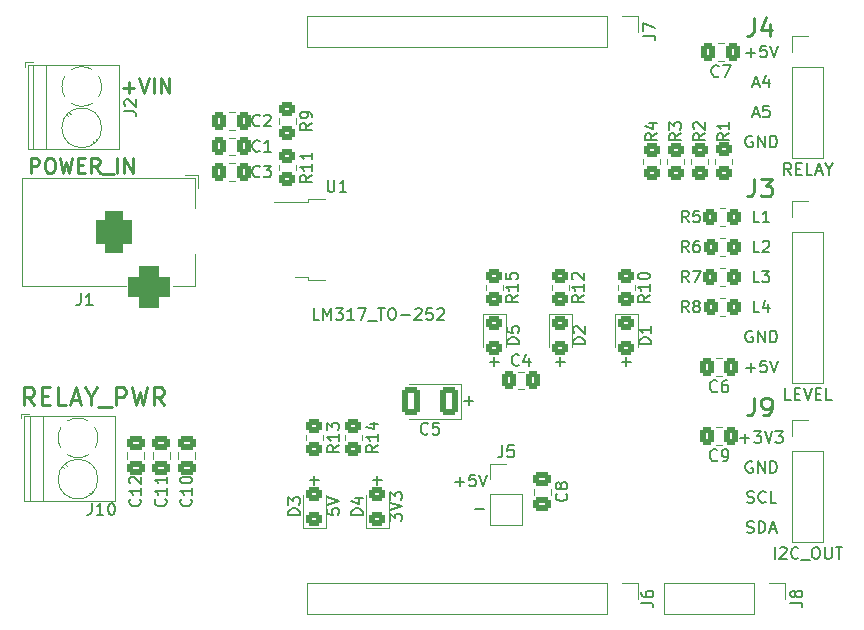
<source format=gto>
%TF.GenerationSoftware,KiCad,Pcbnew,(6.0.9-0)*%
%TF.CreationDate,2023-01-06T11:38:34+01:00*%
%TF.ProjectId,HumidityLoggerBreakout,48756d69-6469-4747-994c-6f6767657242,rev?*%
%TF.SameCoordinates,Original*%
%TF.FileFunction,Legend,Top*%
%TF.FilePolarity,Positive*%
%FSLAX46Y46*%
G04 Gerber Fmt 4.6, Leading zero omitted, Abs format (unit mm)*
G04 Created by KiCad (PCBNEW (6.0.9-0)) date 2023-01-06 11:38:34*
%MOMM*%
%LPD*%
G01*
G04 APERTURE LIST*
G04 Aperture macros list*
%AMRoundRect*
0 Rectangle with rounded corners*
0 $1 Rounding radius*
0 $2 $3 $4 $5 $6 $7 $8 $9 X,Y pos of 4 corners*
0 Add a 4 corners polygon primitive as box body*
4,1,4,$2,$3,$4,$5,$6,$7,$8,$9,$2,$3,0*
0 Add four circle primitives for the rounded corners*
1,1,$1+$1,$2,$3*
1,1,$1+$1,$4,$5*
1,1,$1+$1,$6,$7*
1,1,$1+$1,$8,$9*
0 Add four rect primitives between the rounded corners*
20,1,$1+$1,$2,$3,$4,$5,0*
20,1,$1+$1,$4,$5,$6,$7,0*
20,1,$1+$1,$6,$7,$8,$9,0*
20,1,$1+$1,$8,$9,$2,$3,0*%
G04 Aperture macros list end*
%ADD10C,0.150000*%
%ADD11C,0.250000*%
%ADD12C,0.120000*%
%ADD13RoundRect,0.250000X0.450000X-0.350000X0.450000X0.350000X-0.450000X0.350000X-0.450000X-0.350000X0*%
%ADD14R,2.400000X2.400000*%
%ADD15C,2.400000*%
%ADD16RoundRect,0.250000X0.337500X0.475000X-0.337500X0.475000X-0.337500X-0.475000X0.337500X-0.475000X0*%
%ADD17RoundRect,0.250000X0.450000X-0.325000X0.450000X0.325000X-0.450000X0.325000X-0.450000X-0.325000X0*%
%ADD18R,1.700000X1.700000*%
%ADD19O,1.700000X1.700000*%
%ADD20R,2.200000X1.200000*%
%ADD21R,6.400000X5.800000*%
%ADD22RoundRect,0.250000X-0.350000X-0.450000X0.350000X-0.450000X0.350000X0.450000X-0.350000X0.450000X0*%
%ADD23RoundRect,0.250001X0.499999X0.924999X-0.499999X0.924999X-0.499999X-0.924999X0.499999X-0.924999X0*%
%ADD24RoundRect,0.250000X-0.337500X-0.475000X0.337500X-0.475000X0.337500X0.475000X-0.337500X0.475000X0*%
%ADD25RoundRect,0.250000X-0.450000X0.350000X-0.450000X-0.350000X0.450000X-0.350000X0.450000X0.350000X0*%
%ADD26RoundRect,0.250000X-0.475000X0.337500X-0.475000X-0.337500X0.475000X-0.337500X0.475000X0.337500X0*%
%ADD27R,3.500000X3.500000*%
%ADD28RoundRect,0.750000X-0.750000X-1.000000X0.750000X-1.000000X0.750000X1.000000X-0.750000X1.000000X0*%
%ADD29RoundRect,0.875000X-0.875000X-0.875000X0.875000X-0.875000X0.875000X0.875000X-0.875000X0.875000X0*%
%ADD30RoundRect,0.250000X-0.450000X0.325000X-0.450000X-0.325000X0.450000X-0.325000X0.450000X0.325000X0*%
G04 APERTURE END LIST*
D10*
X152741333Y-68143380D02*
X152265142Y-68143380D01*
X152265142Y-67143380D01*
X153598476Y-68143380D02*
X153027047Y-68143380D01*
X153312761Y-68143380D02*
X153312761Y-67143380D01*
X153217523Y-67286238D01*
X153122285Y-67381476D01*
X153027047Y-67429095D01*
X151146095Y-86431428D02*
X151908000Y-86431428D01*
X151527047Y-86812380D02*
X151527047Y-86050476D01*
X152288952Y-85812380D02*
X152908000Y-85812380D01*
X152574666Y-86193333D01*
X152717523Y-86193333D01*
X152812761Y-86240952D01*
X152860380Y-86288571D01*
X152908000Y-86383809D01*
X152908000Y-86621904D01*
X152860380Y-86717142D01*
X152812761Y-86764761D01*
X152717523Y-86812380D01*
X152431809Y-86812380D01*
X152336571Y-86764761D01*
X152288952Y-86717142D01*
X153193714Y-85812380D02*
X153527047Y-86812380D01*
X153860380Y-85812380D01*
X154098476Y-85812380D02*
X154717523Y-85812380D01*
X154384190Y-86193333D01*
X154527047Y-86193333D01*
X154622285Y-86240952D01*
X154669904Y-86288571D01*
X154717523Y-86383809D01*
X154717523Y-86621904D01*
X154669904Y-86717142D01*
X154622285Y-86764761D01*
X154527047Y-86812380D01*
X154241333Y-86812380D01*
X154146095Y-86764761D01*
X154098476Y-86717142D01*
X127762047Y-83256428D02*
X128523952Y-83256428D01*
X128143000Y-83637380D02*
X128143000Y-82875476D01*
X128651047Y-92400428D02*
X129412952Y-92400428D01*
X151717523Y-91844761D02*
X151860380Y-91892380D01*
X152098476Y-91892380D01*
X152193714Y-91844761D01*
X152241333Y-91797142D01*
X152288952Y-91701904D01*
X152288952Y-91606666D01*
X152241333Y-91511428D01*
X152193714Y-91463809D01*
X152098476Y-91416190D01*
X151908000Y-91368571D01*
X151812761Y-91320952D01*
X151765142Y-91273333D01*
X151717523Y-91178095D01*
X151717523Y-91082857D01*
X151765142Y-90987619D01*
X151812761Y-90940000D01*
X151908000Y-90892380D01*
X152146095Y-90892380D01*
X152288952Y-90940000D01*
X153288952Y-91797142D02*
X153241333Y-91844761D01*
X153098476Y-91892380D01*
X153003238Y-91892380D01*
X152860380Y-91844761D01*
X152765142Y-91749523D01*
X152717523Y-91654285D01*
X152669904Y-91463809D01*
X152669904Y-91320952D01*
X152717523Y-91130476D01*
X152765142Y-91035238D01*
X152860380Y-90940000D01*
X153003238Y-90892380D01*
X153098476Y-90892380D01*
X153241333Y-90940000D01*
X153288952Y-90987619D01*
X154193714Y-91892380D02*
X153717523Y-91892380D01*
X153717523Y-90892380D01*
X152146095Y-60841000D02*
X152050857Y-60793380D01*
X151908000Y-60793380D01*
X151765142Y-60841000D01*
X151669904Y-60936238D01*
X151622285Y-61031476D01*
X151574666Y-61221952D01*
X151574666Y-61364809D01*
X151622285Y-61555285D01*
X151669904Y-61650523D01*
X151765142Y-61745761D01*
X151908000Y-61793380D01*
X152003238Y-61793380D01*
X152146095Y-61745761D01*
X152193714Y-61698142D01*
X152193714Y-61364809D01*
X152003238Y-61364809D01*
X152622285Y-61793380D02*
X152622285Y-60793380D01*
X153193714Y-61793380D01*
X153193714Y-60793380D01*
X153669904Y-61793380D02*
X153669904Y-60793380D01*
X153908000Y-60793380D01*
X154050857Y-60841000D01*
X154146095Y-60936238D01*
X154193714Y-61031476D01*
X154241333Y-61221952D01*
X154241333Y-61364809D01*
X154193714Y-61555285D01*
X154146095Y-61650523D01*
X154050857Y-61745761D01*
X153908000Y-61793380D01*
X153669904Y-61793380D01*
X135509047Y-79954428D02*
X136270952Y-79954428D01*
X135890000Y-80335380D02*
X135890000Y-79573476D01*
D11*
X98873714Y-56731285D02*
X99826095Y-56731285D01*
X99349904Y-57207476D02*
X99349904Y-56255095D01*
X100242761Y-55957476D02*
X100659428Y-57207476D01*
X101076095Y-55957476D01*
X101492761Y-57207476D02*
X101492761Y-55957476D01*
X102088000Y-57207476D02*
X102088000Y-55957476D01*
X102802285Y-57207476D01*
X102802285Y-55957476D01*
D10*
X152741333Y-70683380D02*
X152265142Y-70683380D01*
X152265142Y-69683380D01*
X153027047Y-69778619D02*
X153074666Y-69731000D01*
X153169904Y-69683380D01*
X153408000Y-69683380D01*
X153503238Y-69731000D01*
X153550857Y-69778619D01*
X153598476Y-69873857D01*
X153598476Y-69969095D01*
X153550857Y-70111952D01*
X152979428Y-70683380D01*
X153598476Y-70683380D01*
X152193714Y-56427666D02*
X152669904Y-56427666D01*
X152098476Y-56713380D02*
X152431809Y-55713380D01*
X152765142Y-56713380D01*
X153527047Y-56046714D02*
X153527047Y-56713380D01*
X153288952Y-55665761D02*
X153050857Y-56380047D01*
X153669904Y-56380047D01*
X152146095Y-77351000D02*
X152050857Y-77303380D01*
X151908000Y-77303380D01*
X151765142Y-77351000D01*
X151669904Y-77446238D01*
X151622285Y-77541476D01*
X151574666Y-77731952D01*
X151574666Y-77874809D01*
X151622285Y-78065285D01*
X151669904Y-78160523D01*
X151765142Y-78255761D01*
X151908000Y-78303380D01*
X152003238Y-78303380D01*
X152146095Y-78255761D01*
X152193714Y-78208142D01*
X152193714Y-77874809D01*
X152003238Y-77874809D01*
X152622285Y-78303380D02*
X152622285Y-77303380D01*
X153193714Y-78303380D01*
X153193714Y-77303380D01*
X153669904Y-78303380D02*
X153669904Y-77303380D01*
X153908000Y-77303380D01*
X154050857Y-77351000D01*
X154146095Y-77446238D01*
X154193714Y-77541476D01*
X154241333Y-77731952D01*
X154241333Y-77874809D01*
X154193714Y-78065285D01*
X154146095Y-78160523D01*
X154050857Y-78255761D01*
X153908000Y-78303380D01*
X153669904Y-78303380D01*
X114681047Y-89987428D02*
X115442952Y-89987428D01*
X115062000Y-90368380D02*
X115062000Y-89606476D01*
X129921047Y-79954428D02*
X130682952Y-79954428D01*
X130302000Y-80335380D02*
X130302000Y-79573476D01*
X152741333Y-73223380D02*
X152265142Y-73223380D01*
X152265142Y-72223380D01*
X152979428Y-72223380D02*
X153598476Y-72223380D01*
X153265142Y-72604333D01*
X153408000Y-72604333D01*
X153503238Y-72651952D01*
X153550857Y-72699571D01*
X153598476Y-72794809D01*
X153598476Y-73032904D01*
X153550857Y-73128142D01*
X153503238Y-73175761D01*
X153408000Y-73223380D01*
X153122285Y-73223380D01*
X153027047Y-73175761D01*
X152979428Y-73128142D01*
X151622285Y-80462428D02*
X152384190Y-80462428D01*
X152003238Y-80843380D02*
X152003238Y-80081476D01*
X153336571Y-79843380D02*
X152860380Y-79843380D01*
X152812761Y-80319571D01*
X152860380Y-80271952D01*
X152955619Y-80224333D01*
X153193714Y-80224333D01*
X153288952Y-80271952D01*
X153336571Y-80319571D01*
X153384190Y-80414809D01*
X153384190Y-80652904D01*
X153336571Y-80748142D01*
X153288952Y-80795761D01*
X153193714Y-80843380D01*
X152955619Y-80843380D01*
X152860380Y-80795761D01*
X152812761Y-80748142D01*
X153669904Y-79843380D02*
X154003238Y-80843380D01*
X154336571Y-79843380D01*
X151622285Y-53792428D02*
X152384190Y-53792428D01*
X152003238Y-54173380D02*
X152003238Y-53411476D01*
X153336571Y-53173380D02*
X152860380Y-53173380D01*
X152812761Y-53649571D01*
X152860380Y-53601952D01*
X152955619Y-53554333D01*
X153193714Y-53554333D01*
X153288952Y-53601952D01*
X153336571Y-53649571D01*
X153384190Y-53744809D01*
X153384190Y-53982904D01*
X153336571Y-54078142D01*
X153288952Y-54125761D01*
X153193714Y-54173380D01*
X152955619Y-54173380D01*
X152860380Y-54125761D01*
X152812761Y-54078142D01*
X153669904Y-53173380D02*
X154003238Y-54173380D01*
X154336571Y-53173380D01*
X126984285Y-90114428D02*
X127746190Y-90114428D01*
X127365238Y-90495380D02*
X127365238Y-89733476D01*
X128698571Y-89495380D02*
X128222380Y-89495380D01*
X128174761Y-89971571D01*
X128222380Y-89923952D01*
X128317619Y-89876333D01*
X128555714Y-89876333D01*
X128650952Y-89923952D01*
X128698571Y-89971571D01*
X128746190Y-90066809D01*
X128746190Y-90304904D01*
X128698571Y-90400142D01*
X128650952Y-90447761D01*
X128555714Y-90495380D01*
X128317619Y-90495380D01*
X128222380Y-90447761D01*
X128174761Y-90400142D01*
X129031904Y-89495380D02*
X129365238Y-90495380D01*
X129698571Y-89495380D01*
X151693714Y-94384761D02*
X151836571Y-94432380D01*
X152074666Y-94432380D01*
X152169904Y-94384761D01*
X152217523Y-94337142D01*
X152265142Y-94241904D01*
X152265142Y-94146666D01*
X152217523Y-94051428D01*
X152169904Y-94003809D01*
X152074666Y-93956190D01*
X151884190Y-93908571D01*
X151788952Y-93860952D01*
X151741333Y-93813333D01*
X151693714Y-93718095D01*
X151693714Y-93622857D01*
X151741333Y-93527619D01*
X151788952Y-93480000D01*
X151884190Y-93432380D01*
X152122285Y-93432380D01*
X152265142Y-93480000D01*
X152693714Y-94432380D02*
X152693714Y-93432380D01*
X152931809Y-93432380D01*
X153074666Y-93480000D01*
X153169904Y-93575238D01*
X153217523Y-93670476D01*
X153265142Y-93860952D01*
X153265142Y-94003809D01*
X153217523Y-94194285D01*
X153169904Y-94289523D01*
X153074666Y-94384761D01*
X152931809Y-94432380D01*
X152693714Y-94432380D01*
X153646095Y-94146666D02*
X154122285Y-94146666D01*
X153550857Y-94432380D02*
X153884190Y-93432380D01*
X154217523Y-94432380D01*
X152193714Y-58967666D02*
X152669904Y-58967666D01*
X152098476Y-59253380D02*
X152431809Y-58253380D01*
X152765142Y-59253380D01*
X153574666Y-58253380D02*
X153098476Y-58253380D01*
X153050857Y-58729571D01*
X153098476Y-58681952D01*
X153193714Y-58634333D01*
X153431809Y-58634333D01*
X153527047Y-58681952D01*
X153574666Y-58729571D01*
X153622285Y-58824809D01*
X153622285Y-59062904D01*
X153574666Y-59158142D01*
X153527047Y-59205761D01*
X153431809Y-59253380D01*
X153193714Y-59253380D01*
X153098476Y-59205761D01*
X153050857Y-59158142D01*
X152741333Y-75763380D02*
X152265142Y-75763380D01*
X152265142Y-74763380D01*
X153503238Y-75096714D02*
X153503238Y-75763380D01*
X153265142Y-74715761D02*
X153027047Y-75430047D01*
X153646095Y-75430047D01*
X141097047Y-79954428D02*
X141858952Y-79954428D01*
X141478000Y-80335380D02*
X141478000Y-79573476D01*
X152146095Y-88400000D02*
X152050857Y-88352380D01*
X151908000Y-88352380D01*
X151765142Y-88400000D01*
X151669904Y-88495238D01*
X151622285Y-88590476D01*
X151574666Y-88780952D01*
X151574666Y-88923809D01*
X151622285Y-89114285D01*
X151669904Y-89209523D01*
X151765142Y-89304761D01*
X151908000Y-89352380D01*
X152003238Y-89352380D01*
X152146095Y-89304761D01*
X152193714Y-89257142D01*
X152193714Y-88923809D01*
X152003238Y-88923809D01*
X152622285Y-89352380D02*
X152622285Y-88352380D01*
X153193714Y-89352380D01*
X153193714Y-88352380D01*
X153669904Y-89352380D02*
X153669904Y-88352380D01*
X153908000Y-88352380D01*
X154050857Y-88400000D01*
X154146095Y-88495238D01*
X154193714Y-88590476D01*
X154241333Y-88780952D01*
X154241333Y-88923809D01*
X154193714Y-89114285D01*
X154146095Y-89209523D01*
X154050857Y-89304761D01*
X153908000Y-89352380D01*
X153669904Y-89352380D01*
X120015047Y-89987428D02*
X120776952Y-89987428D01*
X120396000Y-90368380D02*
X120396000Y-89606476D01*
%TO.C,R12*%
X137866380Y-74302857D02*
X137390190Y-74636190D01*
X137866380Y-74874285D02*
X136866380Y-74874285D01*
X136866380Y-74493333D01*
X136914000Y-74398095D01*
X136961619Y-74350476D01*
X137056857Y-74302857D01*
X137199714Y-74302857D01*
X137294952Y-74350476D01*
X137342571Y-74398095D01*
X137390190Y-74493333D01*
X137390190Y-74874285D01*
X137866380Y-73350476D02*
X137866380Y-73921904D01*
X137866380Y-73636190D02*
X136866380Y-73636190D01*
X137009238Y-73731428D01*
X137104476Y-73826666D01*
X137152095Y-73921904D01*
X136961619Y-72969523D02*
X136914000Y-72921904D01*
X136866380Y-72826666D01*
X136866380Y-72588571D01*
X136914000Y-72493333D01*
X136961619Y-72445714D01*
X137056857Y-72398095D01*
X137152095Y-72398095D01*
X137294952Y-72445714D01*
X137866380Y-73017142D01*
X137866380Y-72398095D01*
%TO.C,R10*%
X143454380Y-74302857D02*
X142978190Y-74636190D01*
X143454380Y-74874285D02*
X142454380Y-74874285D01*
X142454380Y-74493333D01*
X142502000Y-74398095D01*
X142549619Y-74350476D01*
X142644857Y-74302857D01*
X142787714Y-74302857D01*
X142882952Y-74350476D01*
X142930571Y-74398095D01*
X142978190Y-74493333D01*
X142978190Y-74874285D01*
X143454380Y-73350476D02*
X143454380Y-73921904D01*
X143454380Y-73636190D02*
X142454380Y-73636190D01*
X142597238Y-73731428D01*
X142692476Y-73826666D01*
X142740095Y-73921904D01*
X142454380Y-72731428D02*
X142454380Y-72636190D01*
X142502000Y-72540952D01*
X142549619Y-72493333D01*
X142644857Y-72445714D01*
X142835333Y-72398095D01*
X143073428Y-72398095D01*
X143263904Y-72445714D01*
X143359142Y-72493333D01*
X143406761Y-72540952D01*
X143454380Y-72636190D01*
X143454380Y-72731428D01*
X143406761Y-72826666D01*
X143359142Y-72874285D01*
X143263904Y-72921904D01*
X143073428Y-72969523D01*
X142835333Y-72969523D01*
X142644857Y-72921904D01*
X142549619Y-72874285D01*
X142502000Y-72826666D01*
X142454380Y-72731428D01*
%TO.C,J2*%
X98989380Y-58725333D02*
X99703666Y-58725333D01*
X99846523Y-58772952D01*
X99941761Y-58868190D01*
X99989380Y-59011047D01*
X99989380Y-59106285D01*
X99084619Y-58296761D02*
X99037000Y-58249142D01*
X98989380Y-58153904D01*
X98989380Y-57915809D01*
X99037000Y-57820571D01*
X99084619Y-57772952D01*
X99179857Y-57725333D01*
X99275095Y-57725333D01*
X99417952Y-57772952D01*
X99989380Y-58344380D01*
X99989380Y-57725333D01*
D11*
X91061523Y-63938476D02*
X91061523Y-62688476D01*
X91537714Y-62688476D01*
X91656761Y-62748000D01*
X91716285Y-62807523D01*
X91775809Y-62926571D01*
X91775809Y-63105142D01*
X91716285Y-63224190D01*
X91656761Y-63283714D01*
X91537714Y-63343238D01*
X91061523Y-63343238D01*
X92549619Y-62688476D02*
X92787714Y-62688476D01*
X92906761Y-62748000D01*
X93025809Y-62867047D01*
X93085333Y-63105142D01*
X93085333Y-63521809D01*
X93025809Y-63759904D01*
X92906761Y-63878952D01*
X92787714Y-63938476D01*
X92549619Y-63938476D01*
X92430571Y-63878952D01*
X92311523Y-63759904D01*
X92252000Y-63521809D01*
X92252000Y-63105142D01*
X92311523Y-62867047D01*
X92430571Y-62748000D01*
X92549619Y-62688476D01*
X93502000Y-62688476D02*
X93799619Y-63938476D01*
X94037714Y-63045619D01*
X94275809Y-63938476D01*
X94573428Y-62688476D01*
X95049619Y-63283714D02*
X95466285Y-63283714D01*
X95644857Y-63938476D02*
X95049619Y-63938476D01*
X95049619Y-62688476D01*
X95644857Y-62688476D01*
X96894857Y-63938476D02*
X96478190Y-63343238D01*
X96180571Y-63938476D02*
X96180571Y-62688476D01*
X96656761Y-62688476D01*
X96775809Y-62748000D01*
X96835333Y-62807523D01*
X96894857Y-62926571D01*
X96894857Y-63105142D01*
X96835333Y-63224190D01*
X96775809Y-63283714D01*
X96656761Y-63343238D01*
X96180571Y-63343238D01*
X97132952Y-64057523D02*
X98085333Y-64057523D01*
X98382952Y-63938476D02*
X98382952Y-62688476D01*
X98978190Y-63938476D02*
X98978190Y-62688476D01*
X99692476Y-63938476D01*
X99692476Y-62688476D01*
D10*
%TO.C,C7*%
X149312333Y-55758142D02*
X149264714Y-55805761D01*
X149121857Y-55853380D01*
X149026619Y-55853380D01*
X148883761Y-55805761D01*
X148788523Y-55710523D01*
X148740904Y-55615285D01*
X148693285Y-55424809D01*
X148693285Y-55281952D01*
X148740904Y-55091476D01*
X148788523Y-54996238D01*
X148883761Y-54901000D01*
X149026619Y-54853380D01*
X149121857Y-54853380D01*
X149264714Y-54901000D01*
X149312333Y-54948619D01*
X149645666Y-54853380D02*
X150312333Y-54853380D01*
X149883761Y-55853380D01*
%TO.C,D3*%
X113864380Y-92940095D02*
X112864380Y-92940095D01*
X112864380Y-92702000D01*
X112912000Y-92559142D01*
X113007238Y-92463904D01*
X113102476Y-92416285D01*
X113292952Y-92368666D01*
X113435809Y-92368666D01*
X113626285Y-92416285D01*
X113721523Y-92463904D01*
X113816761Y-92559142D01*
X113864380Y-92702000D01*
X113864380Y-92940095D01*
X112864380Y-92035333D02*
X112864380Y-91416285D01*
X113245333Y-91749619D01*
X113245333Y-91606761D01*
X113292952Y-91511523D01*
X113340571Y-91463904D01*
X113435809Y-91416285D01*
X113673904Y-91416285D01*
X113769142Y-91463904D01*
X113816761Y-91511523D01*
X113864380Y-91606761D01*
X113864380Y-91892476D01*
X113816761Y-91987714D01*
X113769142Y-92035333D01*
X116164380Y-92392476D02*
X116164380Y-92868666D01*
X116640571Y-92916285D01*
X116592952Y-92868666D01*
X116545333Y-92773428D01*
X116545333Y-92535333D01*
X116592952Y-92440095D01*
X116640571Y-92392476D01*
X116735809Y-92344857D01*
X116973904Y-92344857D01*
X117069142Y-92392476D01*
X117116761Y-92440095D01*
X117164380Y-92535333D01*
X117164380Y-92773428D01*
X117116761Y-92868666D01*
X117069142Y-92916285D01*
X116164380Y-92059142D02*
X117164380Y-91725809D01*
X116164380Y-91392476D01*
D11*
%TO.C,J3*%
X152281000Y-64456571D02*
X152281000Y-65528000D01*
X152209571Y-65742285D01*
X152066714Y-65885142D01*
X151852428Y-65956571D01*
X151709571Y-65956571D01*
X152852428Y-64456571D02*
X153781000Y-64456571D01*
X153281000Y-65028000D01*
X153495285Y-65028000D01*
X153638142Y-65099428D01*
X153709571Y-65170857D01*
X153781000Y-65313714D01*
X153781000Y-65670857D01*
X153709571Y-65813714D01*
X153638142Y-65885142D01*
X153495285Y-65956571D01*
X153066714Y-65956571D01*
X152923857Y-65885142D01*
X152852428Y-65813714D01*
D10*
X155416428Y-83173380D02*
X154940238Y-83173380D01*
X154940238Y-82173380D01*
X155749761Y-82649571D02*
X156083095Y-82649571D01*
X156225952Y-83173380D02*
X155749761Y-83173380D01*
X155749761Y-82173380D01*
X156225952Y-82173380D01*
X156511666Y-82173380D02*
X156845000Y-83173380D01*
X157178333Y-82173380D01*
X157511666Y-82649571D02*
X157845000Y-82649571D01*
X157987857Y-83173380D02*
X157511666Y-83173380D01*
X157511666Y-82173380D01*
X157987857Y-82173380D01*
X158892619Y-83173380D02*
X158416428Y-83173380D01*
X158416428Y-82173380D01*
%TO.C,J6*%
X142752380Y-100333333D02*
X143466666Y-100333333D01*
X143609523Y-100380952D01*
X143704761Y-100476190D01*
X143752380Y-100619047D01*
X143752380Y-100714285D01*
X142752380Y-99428571D02*
X142752380Y-99619047D01*
X142800000Y-99714285D01*
X142847619Y-99761904D01*
X142990476Y-99857142D01*
X143180952Y-99904761D01*
X143561904Y-99904761D01*
X143657142Y-99857142D01*
X143704761Y-99809523D01*
X143752380Y-99714285D01*
X143752380Y-99523809D01*
X143704761Y-99428571D01*
X143657142Y-99380952D01*
X143561904Y-99333333D01*
X143323809Y-99333333D01*
X143228571Y-99380952D01*
X143180952Y-99428571D01*
X143133333Y-99523809D01*
X143133333Y-99714285D01*
X143180952Y-99809523D01*
X143228571Y-99857142D01*
X143323809Y-99904761D01*
%TO.C,U1*%
X116205095Y-64548380D02*
X116205095Y-65357904D01*
X116252714Y-65453142D01*
X116300333Y-65500761D01*
X116395571Y-65548380D01*
X116586047Y-65548380D01*
X116681285Y-65500761D01*
X116728904Y-65453142D01*
X116776523Y-65357904D01*
X116776523Y-64548380D01*
X117776523Y-65548380D02*
X117205095Y-65548380D01*
X117490809Y-65548380D02*
X117490809Y-64548380D01*
X117395571Y-64691238D01*
X117300333Y-64786476D01*
X117205095Y-64834095D01*
X115499190Y-76398380D02*
X115023000Y-76398380D01*
X115023000Y-75398380D01*
X115832523Y-76398380D02*
X115832523Y-75398380D01*
X116165857Y-76112666D01*
X116499190Y-75398380D01*
X116499190Y-76398380D01*
X116880142Y-75398380D02*
X117499190Y-75398380D01*
X117165857Y-75779333D01*
X117308714Y-75779333D01*
X117403952Y-75826952D01*
X117451571Y-75874571D01*
X117499190Y-75969809D01*
X117499190Y-76207904D01*
X117451571Y-76303142D01*
X117403952Y-76350761D01*
X117308714Y-76398380D01*
X117023000Y-76398380D01*
X116927761Y-76350761D01*
X116880142Y-76303142D01*
X118451571Y-76398380D02*
X117880142Y-76398380D01*
X118165857Y-76398380D02*
X118165857Y-75398380D01*
X118070619Y-75541238D01*
X117975380Y-75636476D01*
X117880142Y-75684095D01*
X118784904Y-75398380D02*
X119451571Y-75398380D01*
X119023000Y-76398380D01*
X119594428Y-76493619D02*
X120356333Y-76493619D01*
X120451571Y-75398380D02*
X121023000Y-75398380D01*
X120737285Y-76398380D02*
X120737285Y-75398380D01*
X121546809Y-75398380D02*
X121737285Y-75398380D01*
X121832523Y-75446000D01*
X121927761Y-75541238D01*
X121975380Y-75731714D01*
X121975380Y-76065047D01*
X121927761Y-76255523D01*
X121832523Y-76350761D01*
X121737285Y-76398380D01*
X121546809Y-76398380D01*
X121451571Y-76350761D01*
X121356333Y-76255523D01*
X121308714Y-76065047D01*
X121308714Y-75731714D01*
X121356333Y-75541238D01*
X121451571Y-75446000D01*
X121546809Y-75398380D01*
X122403952Y-76017428D02*
X123165857Y-76017428D01*
X123594428Y-75493619D02*
X123642047Y-75446000D01*
X123737285Y-75398380D01*
X123975380Y-75398380D01*
X124070619Y-75446000D01*
X124118238Y-75493619D01*
X124165857Y-75588857D01*
X124165857Y-75684095D01*
X124118238Y-75826952D01*
X123546809Y-76398380D01*
X124165857Y-76398380D01*
X125070619Y-75398380D02*
X124594428Y-75398380D01*
X124546809Y-75874571D01*
X124594428Y-75826952D01*
X124689666Y-75779333D01*
X124927761Y-75779333D01*
X125023000Y-75826952D01*
X125070619Y-75874571D01*
X125118238Y-75969809D01*
X125118238Y-76207904D01*
X125070619Y-76303142D01*
X125023000Y-76350761D01*
X124927761Y-76398380D01*
X124689666Y-76398380D01*
X124594428Y-76350761D01*
X124546809Y-76303142D01*
X125499190Y-75493619D02*
X125546809Y-75446000D01*
X125642047Y-75398380D01*
X125880142Y-75398380D01*
X125975380Y-75446000D01*
X126023000Y-75493619D01*
X126070619Y-75588857D01*
X126070619Y-75684095D01*
X126023000Y-75826952D01*
X125451571Y-76398380D01*
X126070619Y-76398380D01*
%TO.C,R8*%
X146772333Y-75763380D02*
X146439000Y-75287190D01*
X146200904Y-75763380D02*
X146200904Y-74763380D01*
X146581857Y-74763380D01*
X146677095Y-74811000D01*
X146724714Y-74858619D01*
X146772333Y-74953857D01*
X146772333Y-75096714D01*
X146724714Y-75191952D01*
X146677095Y-75239571D01*
X146581857Y-75287190D01*
X146200904Y-75287190D01*
X147343761Y-75191952D02*
X147248523Y-75144333D01*
X147200904Y-75096714D01*
X147153285Y-75001476D01*
X147153285Y-74953857D01*
X147200904Y-74858619D01*
X147248523Y-74811000D01*
X147343761Y-74763380D01*
X147534238Y-74763380D01*
X147629476Y-74811000D01*
X147677095Y-74858619D01*
X147724714Y-74953857D01*
X147724714Y-75001476D01*
X147677095Y-75096714D01*
X147629476Y-75144333D01*
X147534238Y-75191952D01*
X147343761Y-75191952D01*
X147248523Y-75239571D01*
X147200904Y-75287190D01*
X147153285Y-75382428D01*
X147153285Y-75572904D01*
X147200904Y-75668142D01*
X147248523Y-75715761D01*
X147343761Y-75763380D01*
X147534238Y-75763380D01*
X147629476Y-75715761D01*
X147677095Y-75668142D01*
X147724714Y-75572904D01*
X147724714Y-75382428D01*
X147677095Y-75287190D01*
X147629476Y-75239571D01*
X147534238Y-75191952D01*
D11*
%TO.C,J9*%
X152281000Y-82998571D02*
X152281000Y-84070000D01*
X152209571Y-84284285D01*
X152066714Y-84427142D01*
X151852428Y-84498571D01*
X151709571Y-84498571D01*
X153066714Y-84498571D02*
X153352428Y-84498571D01*
X153495285Y-84427142D01*
X153566714Y-84355714D01*
X153709571Y-84141428D01*
X153781000Y-83855714D01*
X153781000Y-83284285D01*
X153709571Y-83141428D01*
X153638142Y-83070000D01*
X153495285Y-82998571D01*
X153209571Y-82998571D01*
X153066714Y-83070000D01*
X152995285Y-83141428D01*
X152923857Y-83284285D01*
X152923857Y-83641428D01*
X152995285Y-83784285D01*
X153066714Y-83855714D01*
X153209571Y-83927142D01*
X153495285Y-83927142D01*
X153638142Y-83855714D01*
X153709571Y-83784285D01*
X153781000Y-83641428D01*
D10*
X154059285Y-96635380D02*
X154059285Y-95635380D01*
X154487857Y-95730619D02*
X154535476Y-95683000D01*
X154630714Y-95635380D01*
X154868809Y-95635380D01*
X154964047Y-95683000D01*
X155011666Y-95730619D01*
X155059285Y-95825857D01*
X155059285Y-95921095D01*
X155011666Y-96063952D01*
X154440238Y-96635380D01*
X155059285Y-96635380D01*
X156059285Y-96540142D02*
X156011666Y-96587761D01*
X155868809Y-96635380D01*
X155773571Y-96635380D01*
X155630714Y-96587761D01*
X155535476Y-96492523D01*
X155487857Y-96397285D01*
X155440238Y-96206809D01*
X155440238Y-96063952D01*
X155487857Y-95873476D01*
X155535476Y-95778238D01*
X155630714Y-95683000D01*
X155773571Y-95635380D01*
X155868809Y-95635380D01*
X156011666Y-95683000D01*
X156059285Y-95730619D01*
X156249761Y-96730619D02*
X157011666Y-96730619D01*
X157440238Y-95635380D02*
X157630714Y-95635380D01*
X157725952Y-95683000D01*
X157821190Y-95778238D01*
X157868809Y-95968714D01*
X157868809Y-96302047D01*
X157821190Y-96492523D01*
X157725952Y-96587761D01*
X157630714Y-96635380D01*
X157440238Y-96635380D01*
X157345000Y-96587761D01*
X157249761Y-96492523D01*
X157202142Y-96302047D01*
X157202142Y-95968714D01*
X157249761Y-95778238D01*
X157345000Y-95683000D01*
X157440238Y-95635380D01*
X158297380Y-95635380D02*
X158297380Y-96444904D01*
X158345000Y-96540142D01*
X158392619Y-96587761D01*
X158487857Y-96635380D01*
X158678333Y-96635380D01*
X158773571Y-96587761D01*
X158821190Y-96540142D01*
X158868809Y-96444904D01*
X158868809Y-95635380D01*
X159202142Y-95635380D02*
X159773571Y-95635380D01*
X159487857Y-96635380D02*
X159487857Y-95635380D01*
%TO.C,J7*%
X142932380Y-52333333D02*
X143646666Y-52333333D01*
X143789523Y-52380952D01*
X143884761Y-52476190D01*
X143932380Y-52619047D01*
X143932380Y-52714285D01*
X142932380Y-51952380D02*
X142932380Y-51285714D01*
X143932380Y-51714285D01*
D11*
%TO.C,J4*%
X152281000Y-50867571D02*
X152281000Y-51939000D01*
X152209571Y-52153285D01*
X152066714Y-52296142D01*
X151852428Y-52367571D01*
X151709571Y-52367571D01*
X153638142Y-51367571D02*
X153638142Y-52367571D01*
X153281000Y-50796142D02*
X152923857Y-51867571D01*
X153852428Y-51867571D01*
D10*
X155440238Y-64123380D02*
X155106904Y-63647190D01*
X154868809Y-64123380D02*
X154868809Y-63123380D01*
X155249761Y-63123380D01*
X155345000Y-63171000D01*
X155392619Y-63218619D01*
X155440238Y-63313857D01*
X155440238Y-63456714D01*
X155392619Y-63551952D01*
X155345000Y-63599571D01*
X155249761Y-63647190D01*
X154868809Y-63647190D01*
X155868809Y-63599571D02*
X156202142Y-63599571D01*
X156345000Y-64123380D02*
X155868809Y-64123380D01*
X155868809Y-63123380D01*
X156345000Y-63123380D01*
X157249761Y-64123380D02*
X156773571Y-64123380D01*
X156773571Y-63123380D01*
X157535476Y-63837666D02*
X158011666Y-63837666D01*
X157440238Y-64123380D02*
X157773571Y-63123380D01*
X158106904Y-64123380D01*
X158630714Y-63647190D02*
X158630714Y-64123380D01*
X158297380Y-63123380D02*
X158630714Y-63647190D01*
X158964047Y-63123380D01*
%TO.C,C5*%
X124700333Y-86019142D02*
X124652714Y-86066761D01*
X124509857Y-86114380D01*
X124414619Y-86114380D01*
X124271761Y-86066761D01*
X124176523Y-85971523D01*
X124128904Y-85876285D01*
X124081285Y-85685809D01*
X124081285Y-85542952D01*
X124128904Y-85352476D01*
X124176523Y-85257238D01*
X124271761Y-85162000D01*
X124414619Y-85114380D01*
X124509857Y-85114380D01*
X124652714Y-85162000D01*
X124700333Y-85209619D01*
X125605095Y-85114380D02*
X125128904Y-85114380D01*
X125081285Y-85590571D01*
X125128904Y-85542952D01*
X125224142Y-85495333D01*
X125462238Y-85495333D01*
X125557476Y-85542952D01*
X125605095Y-85590571D01*
X125652714Y-85685809D01*
X125652714Y-85923904D01*
X125605095Y-86019142D01*
X125557476Y-86066761D01*
X125462238Y-86114380D01*
X125224142Y-86114380D01*
X125128904Y-86066761D01*
X125081285Y-86019142D01*
%TO.C,C3*%
X110450333Y-64238142D02*
X110402714Y-64285761D01*
X110259857Y-64333380D01*
X110164619Y-64333380D01*
X110021761Y-64285761D01*
X109926523Y-64190523D01*
X109878904Y-64095285D01*
X109831285Y-63904809D01*
X109831285Y-63761952D01*
X109878904Y-63571476D01*
X109926523Y-63476238D01*
X110021761Y-63381000D01*
X110164619Y-63333380D01*
X110259857Y-63333380D01*
X110402714Y-63381000D01*
X110450333Y-63428619D01*
X110783666Y-63333380D02*
X111402714Y-63333380D01*
X111069380Y-63714333D01*
X111212238Y-63714333D01*
X111307476Y-63761952D01*
X111355095Y-63809571D01*
X111402714Y-63904809D01*
X111402714Y-64142904D01*
X111355095Y-64238142D01*
X111307476Y-64285761D01*
X111212238Y-64333380D01*
X110926523Y-64333380D01*
X110831285Y-64285761D01*
X110783666Y-64238142D01*
%TO.C,J5*%
X130984666Y-87033380D02*
X130984666Y-87747666D01*
X130937047Y-87890523D01*
X130841809Y-87985761D01*
X130698952Y-88033380D01*
X130603714Y-88033380D01*
X131937047Y-87033380D02*
X131460857Y-87033380D01*
X131413238Y-87509571D01*
X131460857Y-87461952D01*
X131556095Y-87414333D01*
X131794190Y-87414333D01*
X131889428Y-87461952D01*
X131937047Y-87509571D01*
X131984666Y-87604809D01*
X131984666Y-87842904D01*
X131937047Y-87938142D01*
X131889428Y-87985761D01*
X131794190Y-88033380D01*
X131556095Y-88033380D01*
X131460857Y-87985761D01*
X131413238Y-87938142D01*
%TO.C,R4*%
X144089380Y-60618666D02*
X143613190Y-60952000D01*
X144089380Y-61190095D02*
X143089380Y-61190095D01*
X143089380Y-60809142D01*
X143137000Y-60713904D01*
X143184619Y-60666285D01*
X143279857Y-60618666D01*
X143422714Y-60618666D01*
X143517952Y-60666285D01*
X143565571Y-60713904D01*
X143613190Y-60809142D01*
X143613190Y-61190095D01*
X143422714Y-59761523D02*
X144089380Y-59761523D01*
X143041761Y-59999619D02*
X143756047Y-60237714D01*
X143756047Y-59618666D01*
%TO.C,C10*%
X104624142Y-91574857D02*
X104671761Y-91622476D01*
X104719380Y-91765333D01*
X104719380Y-91860571D01*
X104671761Y-92003428D01*
X104576523Y-92098666D01*
X104481285Y-92146285D01*
X104290809Y-92193904D01*
X104147952Y-92193904D01*
X103957476Y-92146285D01*
X103862238Y-92098666D01*
X103767000Y-92003428D01*
X103719380Y-91860571D01*
X103719380Y-91765333D01*
X103767000Y-91622476D01*
X103814619Y-91574857D01*
X104719380Y-90622476D02*
X104719380Y-91193904D01*
X104719380Y-90908190D02*
X103719380Y-90908190D01*
X103862238Y-91003428D01*
X103957476Y-91098666D01*
X104005095Y-91193904D01*
X103719380Y-90003428D02*
X103719380Y-89908190D01*
X103767000Y-89812952D01*
X103814619Y-89765333D01*
X103909857Y-89717714D01*
X104100333Y-89670095D01*
X104338428Y-89670095D01*
X104528904Y-89717714D01*
X104624142Y-89765333D01*
X104671761Y-89812952D01*
X104719380Y-89908190D01*
X104719380Y-90003428D01*
X104671761Y-90098666D01*
X104624142Y-90146285D01*
X104528904Y-90193904D01*
X104338428Y-90241523D01*
X104100333Y-90241523D01*
X103909857Y-90193904D01*
X103814619Y-90146285D01*
X103767000Y-90098666D01*
X103719380Y-90003428D01*
%TO.C,J1*%
X95316666Y-74162380D02*
X95316666Y-74876666D01*
X95269047Y-75019523D01*
X95173809Y-75114761D01*
X95030952Y-75162380D01*
X94935714Y-75162380D01*
X96316666Y-75162380D02*
X95745238Y-75162380D01*
X96030952Y-75162380D02*
X96030952Y-74162380D01*
X95935714Y-74305238D01*
X95840476Y-74400476D01*
X95745238Y-74448095D01*
%TO.C,C12*%
X100306142Y-91574857D02*
X100353761Y-91622476D01*
X100401380Y-91765333D01*
X100401380Y-91860571D01*
X100353761Y-92003428D01*
X100258523Y-92098666D01*
X100163285Y-92146285D01*
X99972809Y-92193904D01*
X99829952Y-92193904D01*
X99639476Y-92146285D01*
X99544238Y-92098666D01*
X99449000Y-92003428D01*
X99401380Y-91860571D01*
X99401380Y-91765333D01*
X99449000Y-91622476D01*
X99496619Y-91574857D01*
X100401380Y-90622476D02*
X100401380Y-91193904D01*
X100401380Y-90908190D02*
X99401380Y-90908190D01*
X99544238Y-91003428D01*
X99639476Y-91098666D01*
X99687095Y-91193904D01*
X99496619Y-90241523D02*
X99449000Y-90193904D01*
X99401380Y-90098666D01*
X99401380Y-89860571D01*
X99449000Y-89765333D01*
X99496619Y-89717714D01*
X99591857Y-89670095D01*
X99687095Y-89670095D01*
X99829952Y-89717714D01*
X100401380Y-90289142D01*
X100401380Y-89670095D01*
%TO.C,R14*%
X120466380Y-87002857D02*
X119990190Y-87336190D01*
X120466380Y-87574285D02*
X119466380Y-87574285D01*
X119466380Y-87193333D01*
X119514000Y-87098095D01*
X119561619Y-87050476D01*
X119656857Y-87002857D01*
X119799714Y-87002857D01*
X119894952Y-87050476D01*
X119942571Y-87098095D01*
X119990190Y-87193333D01*
X119990190Y-87574285D01*
X120466380Y-86050476D02*
X120466380Y-86621904D01*
X120466380Y-86336190D02*
X119466380Y-86336190D01*
X119609238Y-86431428D01*
X119704476Y-86526666D01*
X119752095Y-86621904D01*
X119799714Y-85193333D02*
X120466380Y-85193333D01*
X119418761Y-85431428D02*
X120133047Y-85669523D01*
X120133047Y-85050476D01*
%TO.C,R13*%
X117164380Y-87018857D02*
X116688190Y-87352190D01*
X117164380Y-87590285D02*
X116164380Y-87590285D01*
X116164380Y-87209333D01*
X116212000Y-87114095D01*
X116259619Y-87066476D01*
X116354857Y-87018857D01*
X116497714Y-87018857D01*
X116592952Y-87066476D01*
X116640571Y-87114095D01*
X116688190Y-87209333D01*
X116688190Y-87590285D01*
X117164380Y-86066476D02*
X117164380Y-86637904D01*
X117164380Y-86352190D02*
X116164380Y-86352190D01*
X116307238Y-86447428D01*
X116402476Y-86542666D01*
X116450095Y-86637904D01*
X116164380Y-85733142D02*
X116164380Y-85114095D01*
X116545333Y-85447428D01*
X116545333Y-85304571D01*
X116592952Y-85209333D01*
X116640571Y-85161714D01*
X116735809Y-85114095D01*
X116973904Y-85114095D01*
X117069142Y-85161714D01*
X117116761Y-85209333D01*
X117164380Y-85304571D01*
X117164380Y-85590285D01*
X117116761Y-85685523D01*
X117069142Y-85733142D01*
%TO.C,R1*%
X150185380Y-60618666D02*
X149709190Y-60952000D01*
X150185380Y-61190095D02*
X149185380Y-61190095D01*
X149185380Y-60809142D01*
X149233000Y-60713904D01*
X149280619Y-60666285D01*
X149375857Y-60618666D01*
X149518714Y-60618666D01*
X149613952Y-60666285D01*
X149661571Y-60713904D01*
X149709190Y-60809142D01*
X149709190Y-61190095D01*
X150185380Y-59666285D02*
X150185380Y-60237714D01*
X150185380Y-59952000D02*
X149185380Y-59952000D01*
X149328238Y-60047238D01*
X149423476Y-60142476D01*
X149471095Y-60237714D01*
%TO.C,R11*%
X114879380Y-64142857D02*
X114403190Y-64476190D01*
X114879380Y-64714285D02*
X113879380Y-64714285D01*
X113879380Y-64333333D01*
X113927000Y-64238095D01*
X113974619Y-64190476D01*
X114069857Y-64142857D01*
X114212714Y-64142857D01*
X114307952Y-64190476D01*
X114355571Y-64238095D01*
X114403190Y-64333333D01*
X114403190Y-64714285D01*
X114879380Y-63190476D02*
X114879380Y-63761904D01*
X114879380Y-63476190D02*
X113879380Y-63476190D01*
X114022238Y-63571428D01*
X114117476Y-63666666D01*
X114165095Y-63761904D01*
X114879380Y-62238095D02*
X114879380Y-62809523D01*
X114879380Y-62523809D02*
X113879380Y-62523809D01*
X114022238Y-62619047D01*
X114117476Y-62714285D01*
X114165095Y-62809523D01*
%TO.C,C2*%
X110450333Y-59920142D02*
X110402714Y-59967761D01*
X110259857Y-60015380D01*
X110164619Y-60015380D01*
X110021761Y-59967761D01*
X109926523Y-59872523D01*
X109878904Y-59777285D01*
X109831285Y-59586809D01*
X109831285Y-59443952D01*
X109878904Y-59253476D01*
X109926523Y-59158238D01*
X110021761Y-59063000D01*
X110164619Y-59015380D01*
X110259857Y-59015380D01*
X110402714Y-59063000D01*
X110450333Y-59110619D01*
X110831285Y-59110619D02*
X110878904Y-59063000D01*
X110974142Y-59015380D01*
X111212238Y-59015380D01*
X111307476Y-59063000D01*
X111355095Y-59110619D01*
X111402714Y-59205857D01*
X111402714Y-59301095D01*
X111355095Y-59443952D01*
X110783666Y-60015380D01*
X111402714Y-60015380D01*
%TO.C,D1*%
X143580380Y-78462095D02*
X142580380Y-78462095D01*
X142580380Y-78224000D01*
X142628000Y-78081142D01*
X142723238Y-77985904D01*
X142818476Y-77938285D01*
X143008952Y-77890666D01*
X143151809Y-77890666D01*
X143342285Y-77938285D01*
X143437523Y-77985904D01*
X143532761Y-78081142D01*
X143580380Y-78224000D01*
X143580380Y-78462095D01*
X143580380Y-76938285D02*
X143580380Y-77509714D01*
X143580380Y-77224000D02*
X142580380Y-77224000D01*
X142723238Y-77319238D01*
X142818476Y-77414476D01*
X142866095Y-77509714D01*
%TO.C,J8*%
X155382380Y-100333333D02*
X156096666Y-100333333D01*
X156239523Y-100380952D01*
X156334761Y-100476190D01*
X156382380Y-100619047D01*
X156382380Y-100714285D01*
X155810952Y-99714285D02*
X155763333Y-99809523D01*
X155715714Y-99857142D01*
X155620476Y-99904761D01*
X155572857Y-99904761D01*
X155477619Y-99857142D01*
X155430000Y-99809523D01*
X155382380Y-99714285D01*
X155382380Y-99523809D01*
X155430000Y-99428571D01*
X155477619Y-99380952D01*
X155572857Y-99333333D01*
X155620476Y-99333333D01*
X155715714Y-99380952D01*
X155763333Y-99428571D01*
X155810952Y-99523809D01*
X155810952Y-99714285D01*
X155858571Y-99809523D01*
X155906190Y-99857142D01*
X156001428Y-99904761D01*
X156191904Y-99904761D01*
X156287142Y-99857142D01*
X156334761Y-99809523D01*
X156382380Y-99714285D01*
X156382380Y-99523809D01*
X156334761Y-99428571D01*
X156287142Y-99380952D01*
X156191904Y-99333333D01*
X156001428Y-99333333D01*
X155906190Y-99380952D01*
X155858571Y-99428571D01*
X155810952Y-99523809D01*
%TO.C,R6*%
X146772333Y-70683380D02*
X146439000Y-70207190D01*
X146200904Y-70683380D02*
X146200904Y-69683380D01*
X146581857Y-69683380D01*
X146677095Y-69731000D01*
X146724714Y-69778619D01*
X146772333Y-69873857D01*
X146772333Y-70016714D01*
X146724714Y-70111952D01*
X146677095Y-70159571D01*
X146581857Y-70207190D01*
X146200904Y-70207190D01*
X147629476Y-69683380D02*
X147439000Y-69683380D01*
X147343761Y-69731000D01*
X147296142Y-69778619D01*
X147200904Y-69921476D01*
X147153285Y-70111952D01*
X147153285Y-70492904D01*
X147200904Y-70588142D01*
X147248523Y-70635761D01*
X147343761Y-70683380D01*
X147534238Y-70683380D01*
X147629476Y-70635761D01*
X147677095Y-70588142D01*
X147724714Y-70492904D01*
X147724714Y-70254809D01*
X147677095Y-70159571D01*
X147629476Y-70111952D01*
X147534238Y-70064333D01*
X147343761Y-70064333D01*
X147248523Y-70111952D01*
X147200904Y-70159571D01*
X147153285Y-70254809D01*
%TO.C,R5*%
X146772333Y-68143380D02*
X146439000Y-67667190D01*
X146200904Y-68143380D02*
X146200904Y-67143380D01*
X146581857Y-67143380D01*
X146677095Y-67191000D01*
X146724714Y-67238619D01*
X146772333Y-67333857D01*
X146772333Y-67476714D01*
X146724714Y-67571952D01*
X146677095Y-67619571D01*
X146581857Y-67667190D01*
X146200904Y-67667190D01*
X147677095Y-67143380D02*
X147200904Y-67143380D01*
X147153285Y-67619571D01*
X147200904Y-67571952D01*
X147296142Y-67524333D01*
X147534238Y-67524333D01*
X147629476Y-67571952D01*
X147677095Y-67619571D01*
X147724714Y-67714809D01*
X147724714Y-67952904D01*
X147677095Y-68048142D01*
X147629476Y-68095761D01*
X147534238Y-68143380D01*
X147296142Y-68143380D01*
X147200904Y-68095761D01*
X147153285Y-68048142D01*
%TO.C,R15*%
X132278380Y-74302857D02*
X131802190Y-74636190D01*
X132278380Y-74874285D02*
X131278380Y-74874285D01*
X131278380Y-74493333D01*
X131326000Y-74398095D01*
X131373619Y-74350476D01*
X131468857Y-74302857D01*
X131611714Y-74302857D01*
X131706952Y-74350476D01*
X131754571Y-74398095D01*
X131802190Y-74493333D01*
X131802190Y-74874285D01*
X132278380Y-73350476D02*
X132278380Y-73921904D01*
X132278380Y-73636190D02*
X131278380Y-73636190D01*
X131421238Y-73731428D01*
X131516476Y-73826666D01*
X131564095Y-73921904D01*
X131278380Y-72445714D02*
X131278380Y-72921904D01*
X131754571Y-72969523D01*
X131706952Y-72921904D01*
X131659333Y-72826666D01*
X131659333Y-72588571D01*
X131706952Y-72493333D01*
X131754571Y-72445714D01*
X131849809Y-72398095D01*
X132087904Y-72398095D01*
X132183142Y-72445714D01*
X132230761Y-72493333D01*
X132278380Y-72588571D01*
X132278380Y-72826666D01*
X132230761Y-72921904D01*
X132183142Y-72969523D01*
%TO.C,C9*%
X149185333Y-88270142D02*
X149137714Y-88317761D01*
X148994857Y-88365380D01*
X148899619Y-88365380D01*
X148756761Y-88317761D01*
X148661523Y-88222523D01*
X148613904Y-88127285D01*
X148566285Y-87936809D01*
X148566285Y-87793952D01*
X148613904Y-87603476D01*
X148661523Y-87508238D01*
X148756761Y-87413000D01*
X148899619Y-87365380D01*
X148994857Y-87365380D01*
X149137714Y-87413000D01*
X149185333Y-87460619D01*
X149661523Y-88365380D02*
X149852000Y-88365380D01*
X149947238Y-88317761D01*
X149994857Y-88270142D01*
X150090095Y-88127285D01*
X150137714Y-87936809D01*
X150137714Y-87555857D01*
X150090095Y-87460619D01*
X150042476Y-87413000D01*
X149947238Y-87365380D01*
X149756761Y-87365380D01*
X149661523Y-87413000D01*
X149613904Y-87460619D01*
X149566285Y-87555857D01*
X149566285Y-87793952D01*
X149613904Y-87889190D01*
X149661523Y-87936809D01*
X149756761Y-87984428D01*
X149947238Y-87984428D01*
X150042476Y-87936809D01*
X150090095Y-87889190D01*
X150137714Y-87793952D01*
%TO.C,R3*%
X146121380Y-60618666D02*
X145645190Y-60952000D01*
X146121380Y-61190095D02*
X145121380Y-61190095D01*
X145121380Y-60809142D01*
X145169000Y-60713904D01*
X145216619Y-60666285D01*
X145311857Y-60618666D01*
X145454714Y-60618666D01*
X145549952Y-60666285D01*
X145597571Y-60713904D01*
X145645190Y-60809142D01*
X145645190Y-61190095D01*
X145121380Y-60285333D02*
X145121380Y-59666285D01*
X145502333Y-59999619D01*
X145502333Y-59856761D01*
X145549952Y-59761523D01*
X145597571Y-59713904D01*
X145692809Y-59666285D01*
X145930904Y-59666285D01*
X146026142Y-59713904D01*
X146073761Y-59761523D01*
X146121380Y-59856761D01*
X146121380Y-60142476D01*
X146073761Y-60237714D01*
X146026142Y-60285333D01*
%TO.C,D2*%
X137992380Y-78462095D02*
X136992380Y-78462095D01*
X136992380Y-78224000D01*
X137040000Y-78081142D01*
X137135238Y-77985904D01*
X137230476Y-77938285D01*
X137420952Y-77890666D01*
X137563809Y-77890666D01*
X137754285Y-77938285D01*
X137849523Y-77985904D01*
X137944761Y-78081142D01*
X137992380Y-78224000D01*
X137992380Y-78462095D01*
X137087619Y-77509714D02*
X137040000Y-77462095D01*
X136992380Y-77366857D01*
X136992380Y-77128761D01*
X137040000Y-77033523D01*
X137087619Y-76985904D01*
X137182857Y-76938285D01*
X137278095Y-76938285D01*
X137420952Y-76985904D01*
X137992380Y-77557333D01*
X137992380Y-76938285D01*
%TO.C,C4*%
X132399833Y-80211142D02*
X132352214Y-80258761D01*
X132209357Y-80306380D01*
X132114119Y-80306380D01*
X131971261Y-80258761D01*
X131876023Y-80163523D01*
X131828404Y-80068285D01*
X131780785Y-79877809D01*
X131780785Y-79734952D01*
X131828404Y-79544476D01*
X131876023Y-79449238D01*
X131971261Y-79354000D01*
X132114119Y-79306380D01*
X132209357Y-79306380D01*
X132352214Y-79354000D01*
X132399833Y-79401619D01*
X133256976Y-79639714D02*
X133256976Y-80306380D01*
X133018880Y-79258761D02*
X132780785Y-79973047D01*
X133399833Y-79973047D01*
%TO.C,C1*%
X110450333Y-62079142D02*
X110402714Y-62126761D01*
X110259857Y-62174380D01*
X110164619Y-62174380D01*
X110021761Y-62126761D01*
X109926523Y-62031523D01*
X109878904Y-61936285D01*
X109831285Y-61745809D01*
X109831285Y-61602952D01*
X109878904Y-61412476D01*
X109926523Y-61317238D01*
X110021761Y-61222000D01*
X110164619Y-61174380D01*
X110259857Y-61174380D01*
X110402714Y-61222000D01*
X110450333Y-61269619D01*
X111402714Y-62174380D02*
X110831285Y-62174380D01*
X111117000Y-62174380D02*
X111117000Y-61174380D01*
X111021761Y-61317238D01*
X110926523Y-61412476D01*
X110831285Y-61460095D01*
%TO.C,C6*%
X149185333Y-82428142D02*
X149137714Y-82475761D01*
X148994857Y-82523380D01*
X148899619Y-82523380D01*
X148756761Y-82475761D01*
X148661523Y-82380523D01*
X148613904Y-82285285D01*
X148566285Y-82094809D01*
X148566285Y-81951952D01*
X148613904Y-81761476D01*
X148661523Y-81666238D01*
X148756761Y-81571000D01*
X148899619Y-81523380D01*
X148994857Y-81523380D01*
X149137714Y-81571000D01*
X149185333Y-81618619D01*
X150042476Y-81523380D02*
X149852000Y-81523380D01*
X149756761Y-81571000D01*
X149709142Y-81618619D01*
X149613904Y-81761476D01*
X149566285Y-81951952D01*
X149566285Y-82332904D01*
X149613904Y-82428142D01*
X149661523Y-82475761D01*
X149756761Y-82523380D01*
X149947238Y-82523380D01*
X150042476Y-82475761D01*
X150090095Y-82428142D01*
X150137714Y-82332904D01*
X150137714Y-82094809D01*
X150090095Y-81999571D01*
X150042476Y-81951952D01*
X149947238Y-81904333D01*
X149756761Y-81904333D01*
X149661523Y-81951952D01*
X149613904Y-81999571D01*
X149566285Y-82094809D01*
%TO.C,R7*%
X146772333Y-73223380D02*
X146439000Y-72747190D01*
X146200904Y-73223380D02*
X146200904Y-72223380D01*
X146581857Y-72223380D01*
X146677095Y-72271000D01*
X146724714Y-72318619D01*
X146772333Y-72413857D01*
X146772333Y-72556714D01*
X146724714Y-72651952D01*
X146677095Y-72699571D01*
X146581857Y-72747190D01*
X146200904Y-72747190D01*
X147105666Y-72223380D02*
X147772333Y-72223380D01*
X147343761Y-73223380D01*
%TO.C,D5*%
X132404380Y-78462095D02*
X131404380Y-78462095D01*
X131404380Y-78224000D01*
X131452000Y-78081142D01*
X131547238Y-77985904D01*
X131642476Y-77938285D01*
X131832952Y-77890666D01*
X131975809Y-77890666D01*
X132166285Y-77938285D01*
X132261523Y-77985904D01*
X132356761Y-78081142D01*
X132404380Y-78224000D01*
X132404380Y-78462095D01*
X131404380Y-76985904D02*
X131404380Y-77462095D01*
X131880571Y-77509714D01*
X131832952Y-77462095D01*
X131785333Y-77366857D01*
X131785333Y-77128761D01*
X131832952Y-77033523D01*
X131880571Y-76985904D01*
X131975809Y-76938285D01*
X132213904Y-76938285D01*
X132309142Y-76985904D01*
X132356761Y-77033523D01*
X132404380Y-77128761D01*
X132404380Y-77366857D01*
X132356761Y-77462095D01*
X132309142Y-77509714D01*
%TO.C,D4*%
X119198380Y-92940095D02*
X118198380Y-92940095D01*
X118198380Y-92702000D01*
X118246000Y-92559142D01*
X118341238Y-92463904D01*
X118436476Y-92416285D01*
X118626952Y-92368666D01*
X118769809Y-92368666D01*
X118960285Y-92416285D01*
X119055523Y-92463904D01*
X119150761Y-92559142D01*
X119198380Y-92702000D01*
X119198380Y-92940095D01*
X118531714Y-91511523D02*
X119198380Y-91511523D01*
X118150761Y-91749619D02*
X118865047Y-91987714D01*
X118865047Y-91368666D01*
X121498380Y-93440095D02*
X121498380Y-92821047D01*
X121879333Y-93154380D01*
X121879333Y-93011523D01*
X121926952Y-92916285D01*
X121974571Y-92868666D01*
X122069809Y-92821047D01*
X122307904Y-92821047D01*
X122403142Y-92868666D01*
X122450761Y-92916285D01*
X122498380Y-93011523D01*
X122498380Y-93297238D01*
X122450761Y-93392476D01*
X122403142Y-93440095D01*
X121498380Y-92535333D02*
X122498380Y-92202000D01*
X121498380Y-91868666D01*
X121498380Y-91630571D02*
X121498380Y-91011523D01*
X121879333Y-91344857D01*
X121879333Y-91202000D01*
X121926952Y-91106761D01*
X121974571Y-91059142D01*
X122069809Y-91011523D01*
X122307904Y-91011523D01*
X122403142Y-91059142D01*
X122450761Y-91106761D01*
X122498380Y-91202000D01*
X122498380Y-91487714D01*
X122450761Y-91582952D01*
X122403142Y-91630571D01*
%TO.C,J10*%
X96218476Y-91908380D02*
X96218476Y-92622666D01*
X96170857Y-92765523D01*
X96075619Y-92860761D01*
X95932761Y-92908380D01*
X95837523Y-92908380D01*
X97218476Y-92908380D02*
X96647047Y-92908380D01*
X96932761Y-92908380D02*
X96932761Y-91908380D01*
X96837523Y-92051238D01*
X96742285Y-92146476D01*
X96647047Y-92194095D01*
X97837523Y-91908380D02*
X97932761Y-91908380D01*
X98028000Y-91956000D01*
X98075619Y-92003619D01*
X98123238Y-92098857D01*
X98170857Y-92289333D01*
X98170857Y-92527428D01*
X98123238Y-92717904D01*
X98075619Y-92813142D01*
X98028000Y-92860761D01*
X97932761Y-92908380D01*
X97837523Y-92908380D01*
X97742285Y-92860761D01*
X97694666Y-92813142D01*
X97647047Y-92717904D01*
X97599428Y-92527428D01*
X97599428Y-92289333D01*
X97647047Y-92098857D01*
X97694666Y-92003619D01*
X97742285Y-91956000D01*
X97837523Y-91908380D01*
D11*
X91357285Y-83609571D02*
X90857285Y-82895285D01*
X90500142Y-83609571D02*
X90500142Y-82109571D01*
X91071571Y-82109571D01*
X91214428Y-82181000D01*
X91285857Y-82252428D01*
X91357285Y-82395285D01*
X91357285Y-82609571D01*
X91285857Y-82752428D01*
X91214428Y-82823857D01*
X91071571Y-82895285D01*
X90500142Y-82895285D01*
X92000142Y-82823857D02*
X92500142Y-82823857D01*
X92714428Y-83609571D02*
X92000142Y-83609571D01*
X92000142Y-82109571D01*
X92714428Y-82109571D01*
X94071571Y-83609571D02*
X93357285Y-83609571D01*
X93357285Y-82109571D01*
X94500142Y-83181000D02*
X95214428Y-83181000D01*
X94357285Y-83609571D02*
X94857285Y-82109571D01*
X95357285Y-83609571D01*
X96143000Y-82895285D02*
X96143000Y-83609571D01*
X95643000Y-82109571D02*
X96143000Y-82895285D01*
X96643000Y-82109571D01*
X96785857Y-83752428D02*
X97928714Y-83752428D01*
X98285857Y-83609571D02*
X98285857Y-82109571D01*
X98857285Y-82109571D01*
X99000142Y-82181000D01*
X99071571Y-82252428D01*
X99143000Y-82395285D01*
X99143000Y-82609571D01*
X99071571Y-82752428D01*
X99000142Y-82823857D01*
X98857285Y-82895285D01*
X98285857Y-82895285D01*
X99643000Y-82109571D02*
X100000142Y-83609571D01*
X100285857Y-82538142D01*
X100571571Y-83609571D01*
X100928714Y-82109571D01*
X102357285Y-83609571D02*
X101857285Y-82895285D01*
X101500142Y-83609571D02*
X101500142Y-82109571D01*
X102071571Y-82109571D01*
X102214428Y-82181000D01*
X102285857Y-82252428D01*
X102357285Y-82395285D01*
X102357285Y-82609571D01*
X102285857Y-82752428D01*
X102214428Y-82823857D01*
X102071571Y-82895285D01*
X101500142Y-82895285D01*
D10*
%TO.C,R9*%
X114878380Y-59729666D02*
X114402190Y-60063000D01*
X114878380Y-60301095D02*
X113878380Y-60301095D01*
X113878380Y-59920142D01*
X113926000Y-59824904D01*
X113973619Y-59777285D01*
X114068857Y-59729666D01*
X114211714Y-59729666D01*
X114306952Y-59777285D01*
X114354571Y-59824904D01*
X114402190Y-59920142D01*
X114402190Y-60301095D01*
X114878380Y-59253476D02*
X114878380Y-59063000D01*
X114830761Y-58967761D01*
X114783142Y-58920142D01*
X114640285Y-58824904D01*
X114449809Y-58777285D01*
X114068857Y-58777285D01*
X113973619Y-58824904D01*
X113926000Y-58872523D01*
X113878380Y-58967761D01*
X113878380Y-59158238D01*
X113926000Y-59253476D01*
X113973619Y-59301095D01*
X114068857Y-59348714D01*
X114306952Y-59348714D01*
X114402190Y-59301095D01*
X114449809Y-59253476D01*
X114497428Y-59158238D01*
X114497428Y-58967761D01*
X114449809Y-58872523D01*
X114402190Y-58824904D01*
X114306952Y-58777285D01*
%TO.C,R2*%
X148153380Y-60618666D02*
X147677190Y-60952000D01*
X148153380Y-61190095D02*
X147153380Y-61190095D01*
X147153380Y-60809142D01*
X147201000Y-60713904D01*
X147248619Y-60666285D01*
X147343857Y-60618666D01*
X147486714Y-60618666D01*
X147581952Y-60666285D01*
X147629571Y-60713904D01*
X147677190Y-60809142D01*
X147677190Y-61190095D01*
X147248619Y-60237714D02*
X147201000Y-60190095D01*
X147153380Y-60094857D01*
X147153380Y-59856761D01*
X147201000Y-59761523D01*
X147248619Y-59713904D01*
X147343857Y-59666285D01*
X147439095Y-59666285D01*
X147581952Y-59713904D01*
X148153380Y-60285333D01*
X148153380Y-59666285D01*
%TO.C,C11*%
X102465142Y-91574857D02*
X102512761Y-91622476D01*
X102560380Y-91765333D01*
X102560380Y-91860571D01*
X102512761Y-92003428D01*
X102417523Y-92098666D01*
X102322285Y-92146285D01*
X102131809Y-92193904D01*
X101988952Y-92193904D01*
X101798476Y-92146285D01*
X101703238Y-92098666D01*
X101608000Y-92003428D01*
X101560380Y-91860571D01*
X101560380Y-91765333D01*
X101608000Y-91622476D01*
X101655619Y-91574857D01*
X102560380Y-90622476D02*
X102560380Y-91193904D01*
X102560380Y-90908190D02*
X101560380Y-90908190D01*
X101703238Y-91003428D01*
X101798476Y-91098666D01*
X101846095Y-91193904D01*
X102560380Y-89670095D02*
X102560380Y-90241523D01*
X102560380Y-89955809D02*
X101560380Y-89955809D01*
X101703238Y-90051047D01*
X101798476Y-90146285D01*
X101846095Y-90241523D01*
%TO.C,C8*%
X136403142Y-91120166D02*
X136450761Y-91167785D01*
X136498380Y-91310642D01*
X136498380Y-91405880D01*
X136450761Y-91548738D01*
X136355523Y-91643976D01*
X136260285Y-91691595D01*
X136069809Y-91739214D01*
X135926952Y-91739214D01*
X135736476Y-91691595D01*
X135641238Y-91643976D01*
X135546000Y-91548738D01*
X135498380Y-91405880D01*
X135498380Y-91310642D01*
X135546000Y-91167785D01*
X135593619Y-91120166D01*
X135926952Y-90548738D02*
X135879333Y-90643976D01*
X135831714Y-90691595D01*
X135736476Y-90739214D01*
X135688857Y-90739214D01*
X135593619Y-90691595D01*
X135546000Y-90643976D01*
X135498380Y-90548738D01*
X135498380Y-90358261D01*
X135546000Y-90263023D01*
X135593619Y-90215404D01*
X135688857Y-90167785D01*
X135736476Y-90167785D01*
X135831714Y-90215404D01*
X135879333Y-90263023D01*
X135926952Y-90358261D01*
X135926952Y-90548738D01*
X135974571Y-90643976D01*
X136022190Y-90691595D01*
X136117428Y-90739214D01*
X136307904Y-90739214D01*
X136403142Y-90691595D01*
X136450761Y-90643976D01*
X136498380Y-90548738D01*
X136498380Y-90358261D01*
X136450761Y-90263023D01*
X136403142Y-90215404D01*
X136307904Y-90167785D01*
X136117428Y-90167785D01*
X136022190Y-90215404D01*
X135974571Y-90263023D01*
X135926952Y-90358261D01*
D12*
%TO.C,R12*%
X135155000Y-73887064D02*
X135155000Y-73432936D01*
X136625000Y-73887064D02*
X136625000Y-73432936D01*
%TO.C,R10*%
X140743000Y-73887064D02*
X140743000Y-73432936D01*
X142213000Y-73887064D02*
X142213000Y-73432936D01*
%TO.C,J2*%
X91277000Y-54832000D02*
X91277000Y-61952000D01*
X92377000Y-54832000D02*
X92377000Y-61952000D01*
X90817000Y-54832000D02*
X90817000Y-61952000D01*
X90577000Y-54592000D02*
X90577000Y-54992000D01*
X96446000Y-61417000D02*
X96318000Y-61288000D01*
X96652000Y-61212000D02*
X96558000Y-61118000D01*
X98537000Y-54832000D02*
X98537000Y-61952000D01*
X98537000Y-61952000D02*
X90817000Y-61952000D01*
X98537000Y-54832000D02*
X90817000Y-54832000D01*
X91217000Y-54592000D02*
X90577000Y-54592000D01*
X94196000Y-59167000D02*
X94103000Y-59073000D01*
X94436000Y-58997000D02*
X94308000Y-58868000D01*
X94486000Y-58067000D02*
G75*
G03*
X96267193Y-58067504I891000J1425003D01*
G01*
X96817001Y-57508000D02*
G75*
G03*
X96802358Y-55752106I-1439999J866000D01*
G01*
X93937000Y-55776000D02*
G75*
G03*
X93696901Y-56670674I1440014J-866003D01*
G01*
X93697000Y-56642000D02*
G75*
G03*
X93952279Y-57532264I1679990J-3D01*
G01*
X96243000Y-55201999D02*
G75*
G03*
X94487106Y-55216642I-866000J-1439999D01*
G01*
X97057000Y-60142000D02*
G75*
G03*
X97057000Y-60142000I-1680000J0D01*
G01*
%TO.C,C7*%
X149740252Y-54456000D02*
X149217748Y-54456000D01*
X149740252Y-52986000D02*
X149217748Y-52986000D01*
%TO.C,D3*%
X116022000Y-94062000D02*
X116022000Y-91202000D01*
X114102000Y-94062000D02*
X116022000Y-94062000D01*
X114102000Y-91202000D02*
X114102000Y-94062000D01*
%TO.C,J3*%
X155515000Y-68961000D02*
X158175000Y-68961000D01*
X155515000Y-81721000D02*
X158175000Y-81721000D01*
X155515000Y-68961000D02*
X155515000Y-81721000D01*
X155515000Y-66361000D02*
X156845000Y-66361000D01*
X158175000Y-68961000D02*
X158175000Y-81721000D01*
X155515000Y-67691000D02*
X155515000Y-66361000D01*
%TO.C,J6*%
X141150000Y-98670000D02*
X142480000Y-98670000D01*
X139880000Y-98670000D02*
X139880000Y-101330000D01*
X114420000Y-98670000D02*
X114420000Y-101330000D01*
X139880000Y-98670000D02*
X114420000Y-98670000D01*
X142480000Y-98670000D02*
X142480000Y-100000000D01*
X139880000Y-101330000D02*
X114420000Y-101330000D01*
%TO.C,U1*%
X115997000Y-66146000D02*
X114497000Y-66146000D01*
X114497000Y-66416000D02*
X111667000Y-66416000D01*
X114497000Y-66146000D02*
X114497000Y-66416000D01*
X114497000Y-73046000D02*
X114497000Y-72776000D01*
X114497000Y-72776000D02*
X113397000Y-72776000D01*
X115997000Y-73046000D02*
X114497000Y-73046000D01*
%TO.C,R8*%
X149394936Y-76046000D02*
X149849064Y-76046000D01*
X149394936Y-74576000D02*
X149849064Y-74576000D01*
%TO.C,J9*%
X155515000Y-84903000D02*
X156845000Y-84903000D01*
X158175000Y-87503000D02*
X158175000Y-95183000D01*
X155515000Y-86233000D02*
X155515000Y-84903000D01*
X155515000Y-87503000D02*
X155515000Y-95183000D01*
X155515000Y-87503000D02*
X158175000Y-87503000D01*
X155515000Y-95183000D02*
X158175000Y-95183000D01*
%TO.C,J7*%
X139880000Y-50670000D02*
X114420000Y-50670000D01*
X139880000Y-53330000D02*
X114420000Y-53330000D01*
X139880000Y-50670000D02*
X139880000Y-53330000D01*
X142480000Y-50670000D02*
X142480000Y-52000000D01*
X141150000Y-50670000D02*
X142480000Y-50670000D01*
X114420000Y-50670000D02*
X114420000Y-53330000D01*
%TO.C,J4*%
X155515000Y-62671000D02*
X158175000Y-62671000D01*
X155515000Y-54991000D02*
X158175000Y-54991000D01*
X155515000Y-54991000D02*
X155515000Y-62671000D01*
X155515000Y-52391000D02*
X156845000Y-52391000D01*
X155515000Y-53721000D02*
X155515000Y-52391000D01*
X158175000Y-54991000D02*
X158175000Y-62671000D01*
%TO.C,C5*%
X123117000Y-84822000D02*
X127502000Y-84822000D01*
X127502000Y-81802000D02*
X123117000Y-81802000D01*
X127502000Y-84822000D02*
X127502000Y-81802000D01*
%TO.C,C3*%
X107815748Y-63146000D02*
X108338252Y-63146000D01*
X107815748Y-64616000D02*
X108338252Y-64616000D01*
%TO.C,J5*%
X129988000Y-91181000D02*
X132648000Y-91181000D01*
X129988000Y-88581000D02*
X131318000Y-88581000D01*
X132648000Y-91181000D02*
X132648000Y-93781000D01*
X129988000Y-91181000D02*
X129988000Y-93781000D01*
X129988000Y-93781000D02*
X132648000Y-93781000D01*
X129988000Y-89911000D02*
X129988000Y-88581000D01*
%TO.C,R4*%
X144372000Y-62764936D02*
X144372000Y-63219064D01*
X142902000Y-62764936D02*
X142902000Y-63219064D01*
%TO.C,C10*%
X103532000Y-87622748D02*
X103532000Y-88145252D01*
X105002000Y-87622748D02*
X105002000Y-88145252D01*
%TO.C,J1*%
X99100000Y-73560000D02*
X90300000Y-73560000D01*
X90300000Y-73560000D02*
X90300000Y-64360000D01*
X90300000Y-64360000D02*
X105000000Y-64360000D01*
X105000000Y-70860000D02*
X105000000Y-73560000D01*
X105000000Y-73560000D02*
X103100000Y-73560000D01*
X105000000Y-64360000D02*
X105000000Y-66960000D01*
X105200000Y-65210000D02*
X105200000Y-64160000D01*
X104150000Y-64160000D02*
X105200000Y-64160000D01*
%TO.C,C12*%
X99214000Y-87622748D02*
X99214000Y-88145252D01*
X100684000Y-87622748D02*
X100684000Y-88145252D01*
%TO.C,R14*%
X119099000Y-86132936D02*
X119099000Y-86587064D01*
X117629000Y-86132936D02*
X117629000Y-86587064D01*
%TO.C,R13*%
X114327000Y-86148936D02*
X114327000Y-86603064D01*
X115797000Y-86148936D02*
X115797000Y-86603064D01*
%TO.C,R1*%
X150468000Y-62748936D02*
X150468000Y-63203064D01*
X148998000Y-62748936D02*
X148998000Y-63203064D01*
%TO.C,R11*%
X112041000Y-63727064D02*
X112041000Y-63272936D01*
X113511000Y-63727064D02*
X113511000Y-63272936D01*
%TO.C,C2*%
X107815748Y-60298000D02*
X108338252Y-60298000D01*
X107815748Y-58828000D02*
X108338252Y-58828000D01*
%TO.C,D1*%
X140518000Y-75864000D02*
X140518000Y-78724000D01*
X142438000Y-78724000D02*
X142438000Y-75864000D01*
X142438000Y-75864000D02*
X140518000Y-75864000D01*
%TO.C,J8*%
X154930000Y-98670000D02*
X154930000Y-100000000D01*
X144650000Y-98670000D02*
X144650000Y-101330000D01*
X152330000Y-101330000D02*
X144650000Y-101330000D01*
X153600000Y-98670000D02*
X154930000Y-98670000D01*
X152330000Y-98670000D02*
X152330000Y-101330000D01*
X152330000Y-98670000D02*
X144650000Y-98670000D01*
%TO.C,R6*%
X149394936Y-70966000D02*
X149849064Y-70966000D01*
X149394936Y-69496000D02*
X149849064Y-69496000D01*
%TO.C,R5*%
X149378936Y-68426000D02*
X149833064Y-68426000D01*
X149378936Y-66956000D02*
X149833064Y-66956000D01*
%TO.C,R15*%
X129567000Y-73887064D02*
X129567000Y-73432936D01*
X131037000Y-73887064D02*
X131037000Y-73432936D01*
%TO.C,C9*%
X149613252Y-86968000D02*
X149090748Y-86968000D01*
X149613252Y-85498000D02*
X149090748Y-85498000D01*
%TO.C,R3*%
X144934000Y-62764936D02*
X144934000Y-63219064D01*
X146404000Y-62764936D02*
X146404000Y-63219064D01*
%TO.C,D2*%
X136850000Y-75864000D02*
X134930000Y-75864000D01*
X136850000Y-78724000D02*
X136850000Y-75864000D01*
X134930000Y-75864000D02*
X134930000Y-78724000D01*
%TO.C,C4*%
X132305248Y-80799000D02*
X132827752Y-80799000D01*
X132305248Y-82269000D02*
X132827752Y-82269000D01*
%TO.C,C1*%
X107815748Y-60987000D02*
X108338252Y-60987000D01*
X107815748Y-62457000D02*
X108338252Y-62457000D01*
%TO.C,C6*%
X149613252Y-81126000D02*
X149090748Y-81126000D01*
X149613252Y-79656000D02*
X149090748Y-79656000D01*
%TO.C,R7*%
X149378936Y-72036000D02*
X149833064Y-72036000D01*
X149378936Y-73506000D02*
X149833064Y-73506000D01*
%TO.C,D5*%
X131262000Y-75864000D02*
X129342000Y-75864000D01*
X129342000Y-75864000D02*
X129342000Y-78724000D01*
X131262000Y-78724000D02*
X131262000Y-75864000D01*
%TO.C,D4*%
X121356000Y-94062000D02*
X121356000Y-91202000D01*
X119436000Y-94062000D02*
X121356000Y-94062000D01*
X119436000Y-91202000D02*
X119436000Y-94062000D01*
%TO.C,J10*%
X90961000Y-84578000D02*
X90961000Y-91698000D01*
X90901000Y-84338000D02*
X90261000Y-84338000D01*
X94120000Y-88743000D02*
X93992000Y-88614000D01*
X90501000Y-84578000D02*
X90501000Y-91698000D01*
X96130000Y-91163000D02*
X96002000Y-91034000D01*
X96336000Y-90958000D02*
X96242000Y-90864000D01*
X98221000Y-91698000D02*
X90501000Y-91698000D01*
X93880000Y-88913000D02*
X93787000Y-88819000D01*
X98221000Y-84578000D02*
X90501000Y-84578000D01*
X92061000Y-84578000D02*
X92061000Y-91698000D01*
X98221000Y-84578000D02*
X98221000Y-91698000D01*
X90261000Y-84338000D02*
X90261000Y-84738000D01*
X96501001Y-87254000D02*
G75*
G03*
X96486358Y-85498106I-1439999J866000D01*
G01*
X93621000Y-85522000D02*
G75*
G03*
X93380901Y-86416674I1440014J-866003D01*
G01*
X95927000Y-84947999D02*
G75*
G03*
X94171106Y-84962642I-866000J-1439999D01*
G01*
X94170000Y-87813000D02*
G75*
G03*
X95951193Y-87813504I891000J1425003D01*
G01*
X93381000Y-86388000D02*
G75*
G03*
X93636279Y-87278264I1679990J-3D01*
G01*
X96741000Y-89888000D02*
G75*
G03*
X96741000Y-89888000I-1680000J0D01*
G01*
%TO.C,R9*%
X112041000Y-59335936D02*
X112041000Y-59790064D01*
X113511000Y-59335936D02*
X113511000Y-59790064D01*
%TO.C,R2*%
X148436000Y-62764936D02*
X148436000Y-63219064D01*
X146966000Y-62764936D02*
X146966000Y-63219064D01*
%TO.C,C11*%
X101373000Y-87622748D02*
X101373000Y-88145252D01*
X102843000Y-87622748D02*
X102843000Y-88145252D01*
%TO.C,C8*%
X133631000Y-90692248D02*
X133631000Y-91214752D01*
X135101000Y-90692248D02*
X135101000Y-91214752D01*
%TD*%
%LPC*%
D11*
X91078595Y-51844380D02*
X91078595Y-50844380D01*
X91078595Y-51320571D02*
X91650023Y-51320571D01*
X91650023Y-51844380D02*
X91650023Y-50844380D01*
X92554785Y-51177714D02*
X92554785Y-51844380D01*
X92126214Y-51177714D02*
X92126214Y-51701523D01*
X92173833Y-51796761D01*
X92269071Y-51844380D01*
X92411928Y-51844380D01*
X92507166Y-51796761D01*
X92554785Y-51749142D01*
X93030976Y-51844380D02*
X93030976Y-50844380D01*
X93030976Y-51225333D02*
X93126214Y-51177714D01*
X93316690Y-51177714D01*
X93411928Y-51225333D01*
X93459547Y-51272952D01*
X93507166Y-51368190D01*
X93507166Y-51653904D01*
X93459547Y-51749142D01*
X93411928Y-51796761D01*
X93316690Y-51844380D01*
X93126214Y-51844380D01*
X93030976Y-51796761D01*
X94316690Y-51796761D02*
X94221452Y-51844380D01*
X94030976Y-51844380D01*
X93935738Y-51796761D01*
X93888119Y-51701523D01*
X93888119Y-51320571D01*
X93935738Y-51225333D01*
X94030976Y-51177714D01*
X94221452Y-51177714D01*
X94316690Y-51225333D01*
X94364309Y-51320571D01*
X94364309Y-51415809D01*
X93888119Y-51511047D01*
X94792880Y-51844380D02*
X94792880Y-51177714D01*
X94792880Y-51368190D02*
X94840500Y-51272952D01*
X94888119Y-51225333D01*
X94983357Y-51177714D01*
X95078595Y-51177714D01*
X95269071Y-51177714D02*
X95650023Y-51177714D01*
X95411928Y-50844380D02*
X95411928Y-51701523D01*
X95459547Y-51796761D01*
X95554785Y-51844380D01*
X95650023Y-51844380D01*
X96602404Y-51177714D02*
X96983357Y-51177714D01*
X96745261Y-50844380D02*
X96745261Y-51701523D01*
X96792880Y-51796761D01*
X96888119Y-51844380D01*
X96983357Y-51844380D01*
X97316690Y-51844380D02*
X97316690Y-50844380D01*
X97745261Y-51844380D02*
X97745261Y-51320571D01*
X97697642Y-51225333D01*
X97602404Y-51177714D01*
X97459547Y-51177714D01*
X97364309Y-51225333D01*
X97316690Y-51272952D01*
X98602404Y-51796761D02*
X98507166Y-51844380D01*
X98316690Y-51844380D01*
X98221452Y-51796761D01*
X98173833Y-51701523D01*
X98173833Y-51320571D01*
X98221452Y-51225333D01*
X98316690Y-51177714D01*
X98507166Y-51177714D01*
X98602404Y-51225333D01*
X98650023Y-51320571D01*
X98650023Y-51415809D01*
X98173833Y-51511047D01*
X99840500Y-51844380D02*
X99840500Y-50844380D01*
X99840500Y-51320571D02*
X100411928Y-51320571D01*
X100411928Y-51844380D02*
X100411928Y-50844380D01*
X101316690Y-51177714D02*
X101316690Y-51844380D01*
X100888119Y-51177714D02*
X100888119Y-51701523D01*
X100935738Y-51796761D01*
X101030976Y-51844380D01*
X101173833Y-51844380D01*
X101269071Y-51796761D01*
X101316690Y-51749142D01*
X101792880Y-51844380D02*
X101792880Y-51177714D01*
X101792880Y-51272952D02*
X101840500Y-51225333D01*
X101935738Y-51177714D01*
X102078595Y-51177714D01*
X102173833Y-51225333D01*
X102221452Y-51320571D01*
X102221452Y-51844380D01*
X102221452Y-51320571D02*
X102269071Y-51225333D01*
X102364309Y-51177714D01*
X102507166Y-51177714D01*
X102602404Y-51225333D01*
X102650023Y-51320571D01*
X102650023Y-51844380D01*
X103126214Y-51844380D02*
X103126214Y-51177714D01*
X103126214Y-50844380D02*
X103078595Y-50892000D01*
X103126214Y-50939619D01*
X103173833Y-50892000D01*
X103126214Y-50844380D01*
X103126214Y-50939619D01*
X104030976Y-51844380D02*
X104030976Y-50844380D01*
X104030976Y-51796761D02*
X103935738Y-51844380D01*
X103745261Y-51844380D01*
X103650023Y-51796761D01*
X103602404Y-51749142D01*
X103554785Y-51653904D01*
X103554785Y-51368190D01*
X103602404Y-51272952D01*
X103650023Y-51225333D01*
X103745261Y-51177714D01*
X103935738Y-51177714D01*
X104030976Y-51225333D01*
X104507166Y-51844380D02*
X104507166Y-51177714D01*
X104507166Y-50844380D02*
X104459547Y-50892000D01*
X104507166Y-50939619D01*
X104554785Y-50892000D01*
X104507166Y-50844380D01*
X104507166Y-50939619D01*
X104840500Y-51177714D02*
X105221452Y-51177714D01*
X104983357Y-50844380D02*
X104983357Y-51701523D01*
X105030976Y-51796761D01*
X105126214Y-51844380D01*
X105221452Y-51844380D01*
X105459547Y-51177714D02*
X105697642Y-51844380D01*
X105935738Y-51177714D02*
X105697642Y-51844380D01*
X105602404Y-52082476D01*
X105554785Y-52130095D01*
X105459547Y-52177714D01*
X107554785Y-51844380D02*
X107078595Y-51844380D01*
X107078595Y-50844380D01*
X108030976Y-51844380D02*
X107935738Y-51796761D01*
X107888119Y-51749142D01*
X107840500Y-51653904D01*
X107840500Y-51368190D01*
X107888119Y-51272952D01*
X107935738Y-51225333D01*
X108030976Y-51177714D01*
X108173833Y-51177714D01*
X108269071Y-51225333D01*
X108316690Y-51272952D01*
X108364309Y-51368190D01*
X108364309Y-51653904D01*
X108316690Y-51749142D01*
X108269071Y-51796761D01*
X108173833Y-51844380D01*
X108030976Y-51844380D01*
X109221452Y-51177714D02*
X109221452Y-51987238D01*
X109173833Y-52082476D01*
X109126214Y-52130095D01*
X109030976Y-52177714D01*
X108888119Y-52177714D01*
X108792880Y-52130095D01*
X109221452Y-51796761D02*
X109126214Y-51844380D01*
X108935738Y-51844380D01*
X108840500Y-51796761D01*
X108792880Y-51749142D01*
X108745261Y-51653904D01*
X108745261Y-51368190D01*
X108792880Y-51272952D01*
X108840500Y-51225333D01*
X108935738Y-51177714D01*
X109126214Y-51177714D01*
X109221452Y-51225333D01*
X110126214Y-51177714D02*
X110126214Y-51987238D01*
X110078595Y-52082476D01*
X110030976Y-52130095D01*
X109935738Y-52177714D01*
X109792880Y-52177714D01*
X109697642Y-52130095D01*
X110126214Y-51796761D02*
X110030976Y-51844380D01*
X109840500Y-51844380D01*
X109745261Y-51796761D01*
X109697642Y-51749142D01*
X109650023Y-51653904D01*
X109650023Y-51368190D01*
X109697642Y-51272952D01*
X109745261Y-51225333D01*
X109840500Y-51177714D01*
X110030976Y-51177714D01*
X110126214Y-51225333D01*
X110983357Y-51796761D02*
X110888119Y-51844380D01*
X110697642Y-51844380D01*
X110602404Y-51796761D01*
X110554785Y-51701523D01*
X110554785Y-51320571D01*
X110602404Y-51225333D01*
X110697642Y-51177714D01*
X110888119Y-51177714D01*
X110983357Y-51225333D01*
X111030976Y-51320571D01*
X111030976Y-51415809D01*
X110554785Y-51511047D01*
X111459547Y-51844380D02*
X111459547Y-51177714D01*
X111459547Y-51368190D02*
X111507166Y-51272952D01*
X111554785Y-51225333D01*
X111650023Y-51177714D01*
X111745261Y-51177714D01*
X91078595Y-53454380D02*
X91078595Y-52454380D01*
X91411928Y-53168666D01*
X91745261Y-52454380D01*
X91745261Y-53454380D01*
X92650023Y-53454380D02*
X92650023Y-52930571D01*
X92602404Y-52835333D01*
X92507166Y-52787714D01*
X92316690Y-52787714D01*
X92221452Y-52835333D01*
X92650023Y-53406761D02*
X92554785Y-53454380D01*
X92316690Y-53454380D01*
X92221452Y-53406761D01*
X92173833Y-53311523D01*
X92173833Y-53216285D01*
X92221452Y-53121047D01*
X92316690Y-53073428D01*
X92554785Y-53073428D01*
X92650023Y-53025809D01*
X93126214Y-53454380D02*
X93126214Y-52787714D01*
X93126214Y-52978190D02*
X93173833Y-52882952D01*
X93221452Y-52835333D01*
X93316690Y-52787714D01*
X93411928Y-52787714D01*
X94173833Y-53406761D02*
X94078595Y-53454380D01*
X93888119Y-53454380D01*
X93792880Y-53406761D01*
X93745261Y-53359142D01*
X93697642Y-53263904D01*
X93697642Y-52978190D01*
X93745261Y-52882952D01*
X93792880Y-52835333D01*
X93888119Y-52787714D01*
X94078595Y-52787714D01*
X94173833Y-52835333D01*
X94602404Y-53454380D02*
X94602404Y-52787714D01*
X94602404Y-52454380D02*
X94554785Y-52502000D01*
X94602404Y-52549619D01*
X94650023Y-52502000D01*
X94602404Y-52454380D01*
X94602404Y-52549619D01*
X95078595Y-52787714D02*
X95078595Y-53454380D01*
X95078595Y-52882952D02*
X95126214Y-52835333D01*
X95221452Y-52787714D01*
X95364309Y-52787714D01*
X95459547Y-52835333D01*
X95507166Y-52930571D01*
X95507166Y-53454380D01*
X96745261Y-53454380D02*
X96745261Y-52454380D01*
X96983357Y-52454380D01*
X97126214Y-52502000D01*
X97221452Y-52597238D01*
X97269071Y-52692476D01*
X97316690Y-52882952D01*
X97316690Y-53025809D01*
X97269071Y-53216285D01*
X97221452Y-53311523D01*
X97126214Y-53406761D01*
X96983357Y-53454380D01*
X96745261Y-53454380D01*
X97650023Y-52787714D02*
X97888119Y-53454380D01*
X98126214Y-52787714D02*
X97888119Y-53454380D01*
X97792880Y-53692476D01*
X97745261Y-53740095D01*
X97650023Y-53787714D01*
X98507166Y-53454380D02*
X98507166Y-52787714D01*
X98507166Y-52882952D02*
X98554785Y-52835333D01*
X98650023Y-52787714D01*
X98792880Y-52787714D01*
X98888119Y-52835333D01*
X98935738Y-52930571D01*
X98935738Y-53454380D01*
X98935738Y-52930571D02*
X98983357Y-52835333D01*
X99078595Y-52787714D01*
X99221452Y-52787714D01*
X99316690Y-52835333D01*
X99364309Y-52930571D01*
X99364309Y-53454380D01*
X100269071Y-53406761D02*
X100173833Y-53454380D01*
X99983357Y-53454380D01*
X99888119Y-53406761D01*
X99840500Y-53359142D01*
X99792880Y-53263904D01*
X99792880Y-52978190D01*
X99840500Y-52882952D01*
X99888119Y-52835333D01*
X99983357Y-52787714D01*
X100173833Y-52787714D01*
X100269071Y-52835333D01*
X100602404Y-52787714D02*
X101126214Y-52787714D01*
X100602404Y-53454380D01*
X101126214Y-53454380D01*
X101411928Y-52787714D02*
X101650023Y-53454380D01*
X101888119Y-52787714D02*
X101650023Y-53454380D01*
X101554785Y-53692476D01*
X101507166Y-53740095D01*
X101411928Y-53787714D01*
X102269071Y-53454380D02*
X102269071Y-52454380D01*
X102364309Y-53073428D02*
X102650023Y-53454380D01*
X102650023Y-52787714D02*
X102269071Y-53168666D01*
X103792880Y-52549619D02*
X103840500Y-52502000D01*
X103935738Y-52454380D01*
X104173833Y-52454380D01*
X104269071Y-52502000D01*
X104316690Y-52549619D01*
X104364309Y-52644857D01*
X104364309Y-52740095D01*
X104316690Y-52882952D01*
X103745261Y-53454380D01*
X104364309Y-53454380D01*
X104983357Y-52454380D02*
X105078595Y-52454380D01*
X105173833Y-52502000D01*
X105221452Y-52549619D01*
X105269071Y-52644857D01*
X105316690Y-52835333D01*
X105316690Y-53073428D01*
X105269071Y-53263904D01*
X105221452Y-53359142D01*
X105173833Y-53406761D01*
X105078595Y-53454380D01*
X104983357Y-53454380D01*
X104888119Y-53406761D01*
X104840500Y-53359142D01*
X104792880Y-53263904D01*
X104745261Y-53073428D01*
X104745261Y-52835333D01*
X104792880Y-52644857D01*
X104840500Y-52549619D01*
X104888119Y-52502000D01*
X104983357Y-52454380D01*
X105697642Y-52549619D02*
X105745261Y-52502000D01*
X105840500Y-52454380D01*
X106078595Y-52454380D01*
X106173833Y-52502000D01*
X106221452Y-52549619D01*
X106269071Y-52644857D01*
X106269071Y-52740095D01*
X106221452Y-52882952D01*
X105650023Y-53454380D01*
X106269071Y-53454380D01*
X106602404Y-52454380D02*
X107221452Y-52454380D01*
X106888119Y-52835333D01*
X107030976Y-52835333D01*
X107126214Y-52882952D01*
X107173833Y-52930571D01*
X107221452Y-53025809D01*
X107221452Y-53263904D01*
X107173833Y-53359142D01*
X107126214Y-53406761D01*
X107030976Y-53454380D01*
X106745261Y-53454380D01*
X106650023Y-53406761D01*
X106602404Y-53359142D01*
D13*
%TO.C,R12*%
X135890000Y-74660000D03*
X135890000Y-72660000D03*
%TD*%
%TO.C,R10*%
X141478000Y-74660000D03*
X141478000Y-72660000D03*
%TD*%
D14*
%TO.C,J2*%
X95377000Y-56642000D03*
D15*
X95377000Y-60142000D03*
%TD*%
D16*
%TO.C,C7*%
X150516500Y-53721000D03*
X148441500Y-53721000D03*
%TD*%
D17*
%TO.C,D3*%
X115062000Y-93227000D03*
X115062000Y-91177000D03*
%TD*%
D18*
%TO.C,J3*%
X156845000Y-67691000D03*
D19*
X156845000Y-70231000D03*
X156845000Y-72771000D03*
X156845000Y-75311000D03*
X156845000Y-77851000D03*
X156845000Y-80391000D03*
%TD*%
D18*
%TO.C,J6*%
X141150000Y-100000000D03*
D19*
X138610000Y-100000000D03*
X136070000Y-100000000D03*
X133530000Y-100000000D03*
X130990000Y-100000000D03*
X128450000Y-100000000D03*
X125910000Y-100000000D03*
X123370000Y-100000000D03*
X120830000Y-100000000D03*
X118290000Y-100000000D03*
X115750000Y-100000000D03*
%TD*%
D20*
%TO.C,U1*%
X112767000Y-67316000D03*
D21*
X119067000Y-69596000D03*
D20*
X112767000Y-71876000D03*
%TD*%
D22*
%TO.C,R8*%
X148622000Y-75311000D03*
X150622000Y-75311000D03*
%TD*%
D18*
%TO.C,J9*%
X156845000Y-86233000D03*
D19*
X156845000Y-88773000D03*
X156845000Y-91313000D03*
X156845000Y-93853000D03*
%TD*%
D18*
%TO.C,J7*%
X141150000Y-52000000D03*
D19*
X138610000Y-52000000D03*
X136070000Y-52000000D03*
X133530000Y-52000000D03*
X130990000Y-52000000D03*
X128450000Y-52000000D03*
X125910000Y-52000000D03*
X123370000Y-52000000D03*
X120830000Y-52000000D03*
X118290000Y-52000000D03*
X115750000Y-52000000D03*
%TD*%
D18*
%TO.C,J4*%
X156845000Y-53721000D03*
D19*
X156845000Y-56261000D03*
X156845000Y-58801000D03*
X156845000Y-61341000D03*
%TD*%
D23*
%TO.C,C5*%
X126492000Y-83312000D03*
X123242000Y-83312000D03*
%TD*%
D24*
%TO.C,C3*%
X107039500Y-63881000D03*
X109114500Y-63881000D03*
%TD*%
D18*
%TO.C,J5*%
X131318000Y-89911000D03*
D19*
X131318000Y-92451000D03*
%TD*%
D25*
%TO.C,R4*%
X143637000Y-61992000D03*
X143637000Y-63992000D03*
%TD*%
D26*
%TO.C,C10*%
X104267000Y-86846500D03*
X104267000Y-88921500D03*
%TD*%
D27*
%TO.C,J1*%
X104100000Y-68960000D03*
D28*
X98100000Y-68960000D03*
D29*
X101100000Y-73660000D03*
%TD*%
D26*
%TO.C,C12*%
X99949000Y-86846500D03*
X99949000Y-88921500D03*
%TD*%
D25*
%TO.C,R14*%
X118364000Y-85360000D03*
X118364000Y-87360000D03*
%TD*%
%TO.C,R13*%
X115062000Y-85376000D03*
X115062000Y-87376000D03*
%TD*%
%TO.C,R1*%
X149733000Y-61976000D03*
X149733000Y-63976000D03*
%TD*%
D13*
%TO.C,R11*%
X112776000Y-64500000D03*
X112776000Y-62500000D03*
%TD*%
D24*
%TO.C,C2*%
X107039500Y-59563000D03*
X109114500Y-59563000D03*
%TD*%
D30*
%TO.C,D1*%
X141478000Y-76699000D03*
X141478000Y-78749000D03*
%TD*%
D18*
%TO.C,J8*%
X153600000Y-100000000D03*
D19*
X151060000Y-100000000D03*
X148520000Y-100000000D03*
X145980000Y-100000000D03*
%TD*%
D22*
%TO.C,R6*%
X148622000Y-70231000D03*
X150622000Y-70231000D03*
%TD*%
%TO.C,R5*%
X148606000Y-67691000D03*
X150606000Y-67691000D03*
%TD*%
D13*
%TO.C,R15*%
X130302000Y-74660000D03*
X130302000Y-72660000D03*
%TD*%
D16*
%TO.C,C9*%
X150389500Y-86233000D03*
X148314500Y-86233000D03*
%TD*%
D25*
%TO.C,R3*%
X145669000Y-61992000D03*
X145669000Y-63992000D03*
%TD*%
D30*
%TO.C,D2*%
X135890000Y-76699000D03*
X135890000Y-78749000D03*
%TD*%
D24*
%TO.C,C4*%
X131529000Y-81534000D03*
X133604000Y-81534000D03*
%TD*%
%TO.C,C1*%
X107039500Y-61722000D03*
X109114500Y-61722000D03*
%TD*%
D16*
%TO.C,C6*%
X150389500Y-80391000D03*
X148314500Y-80391000D03*
%TD*%
D22*
%TO.C,R7*%
X148606000Y-72771000D03*
X150606000Y-72771000D03*
%TD*%
D30*
%TO.C,D5*%
X130302000Y-76699000D03*
X130302000Y-78749000D03*
%TD*%
D17*
%TO.C,D4*%
X120396000Y-93227000D03*
X120396000Y-91177000D03*
%TD*%
D14*
%TO.C,J10*%
X95061000Y-86388000D03*
D15*
X95061000Y-89888000D03*
%TD*%
D25*
%TO.C,R9*%
X112776000Y-58563000D03*
X112776000Y-60563000D03*
%TD*%
%TO.C,R2*%
X147701000Y-61992000D03*
X147701000Y-63992000D03*
%TD*%
D26*
%TO.C,C11*%
X102108000Y-86846500D03*
X102108000Y-88921500D03*
%TD*%
%TO.C,C8*%
X134366000Y-89916000D03*
X134366000Y-91991000D03*
%TD*%
M02*

</source>
